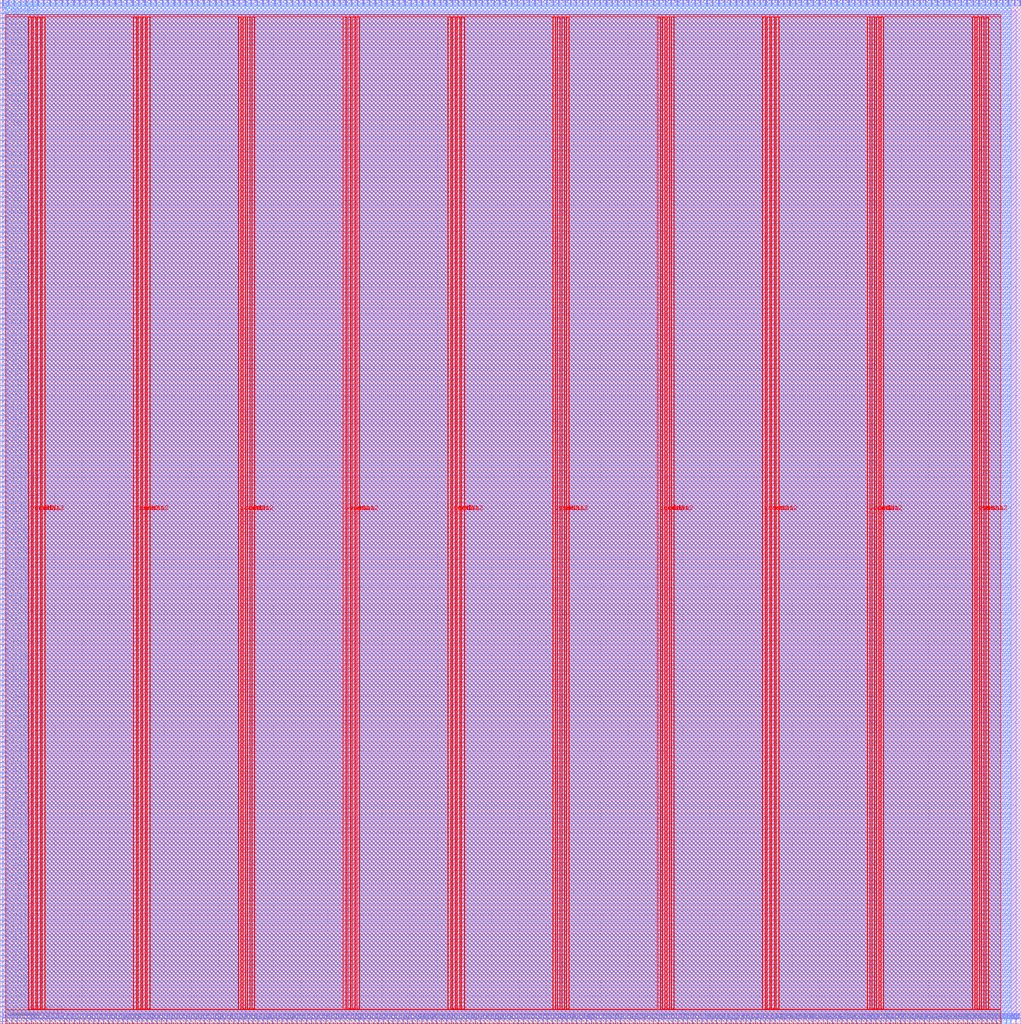
<source format=lef>
VERSION 5.7 ;
  NOWIREEXTENSIONATPIN ON ;
  DIVIDERCHAR "/" ;
  BUSBITCHARS "[]" ;
MACRO dcache
  CLASS BLOCK ;
  FOREIGN dcache ;
  ORIGIN 0.000 0.000 ;
  SIZE 747.890 BY 750.030 ;
  PIN clk
    DIRECTION INPUT ;
    USE SIGNAL ;
    PORT
      LAYER met3 ;
        RECT 0.000 1.400 4.000 2.000 ;
    END
  END clk
  PIN d_in[0]
    DIRECTION INPUT ;
    USE SIGNAL ;
    PORT
      LAYER met2 ;
        RECT 4.690 0.000 4.970 4.000 ;
    END
  END d_in[0]
  PIN d_in[100]
    DIRECTION INPUT ;
    USE SIGNAL ;
    PORT
      LAYER met2 ;
        RECT 358.430 0.000 358.710 4.000 ;
    END
  END d_in[100]
  PIN d_in[101]
    DIRECTION INPUT ;
    USE SIGNAL ;
    PORT
      LAYER met2 ;
        RECT 362.110 0.000 362.390 4.000 ;
    END
  END d_in[101]
  PIN d_in[102]
    DIRECTION INPUT ;
    USE SIGNAL ;
    PORT
      LAYER met2 ;
        RECT 365.330 0.000 365.610 4.000 ;
    END
  END d_in[102]
  PIN d_in[103]
    DIRECTION INPUT ;
    USE SIGNAL ;
    PORT
      LAYER met2 ;
        RECT 369.010 0.000 369.290 4.000 ;
    END
  END d_in[103]
  PIN d_in[104]
    DIRECTION INPUT ;
    USE SIGNAL ;
    PORT
      LAYER met2 ;
        RECT 372.690 0.000 372.970 4.000 ;
    END
  END d_in[104]
  PIN d_in[105]
    DIRECTION INPUT ;
    USE SIGNAL ;
    PORT
      LAYER met2 ;
        RECT 376.370 0.000 376.650 4.000 ;
    END
  END d_in[105]
  PIN d_in[106]
    DIRECTION INPUT ;
    USE SIGNAL ;
    PORT
      LAYER met2 ;
        RECT 379.590 0.000 379.870 4.000 ;
    END
  END d_in[106]
  PIN d_in[107]
    DIRECTION INPUT ;
    USE SIGNAL ;
    PORT
      LAYER met2 ;
        RECT 383.270 0.000 383.550 4.000 ;
    END
  END d_in[107]
  PIN d_in[108]
    DIRECTION INPUT ;
    USE SIGNAL ;
    PORT
      LAYER met2 ;
        RECT 386.950 0.000 387.230 4.000 ;
    END
  END d_in[108]
  PIN d_in[109]
    DIRECTION INPUT ;
    USE SIGNAL ;
    PORT
      LAYER met2 ;
        RECT 390.170 0.000 390.450 4.000 ;
    END
  END d_in[109]
  PIN d_in[10]
    DIRECTION INPUT ;
    USE SIGNAL ;
    PORT
      LAYER met2 ;
        RECT 40.110 0.000 40.390 4.000 ;
    END
  END d_in[10]
  PIN d_in[110]
    DIRECTION INPUT ;
    USE SIGNAL ;
    PORT
      LAYER met2 ;
        RECT 393.850 0.000 394.130 4.000 ;
    END
  END d_in[110]
  PIN d_in[111]
    DIRECTION INPUT ;
    USE SIGNAL ;
    PORT
      LAYER met2 ;
        RECT 397.530 0.000 397.810 4.000 ;
    END
  END d_in[111]
  PIN d_in[112]
    DIRECTION INPUT ;
    USE SIGNAL ;
    PORT
      LAYER met2 ;
        RECT 400.750 0.000 401.030 4.000 ;
    END
  END d_in[112]
  PIN d_in[113]
    DIRECTION INPUT ;
    USE SIGNAL ;
    PORT
      LAYER met2 ;
        RECT 404.430 0.000 404.710 4.000 ;
    END
  END d_in[113]
  PIN d_in[114]
    DIRECTION INPUT ;
    USE SIGNAL ;
    PORT
      LAYER met2 ;
        RECT 408.110 0.000 408.390 4.000 ;
    END
  END d_in[114]
  PIN d_in[115]
    DIRECTION INPUT ;
    USE SIGNAL ;
    PORT
      LAYER met2 ;
        RECT 411.330 0.000 411.610 4.000 ;
    END
  END d_in[115]
  PIN d_in[116]
    DIRECTION INPUT ;
    USE SIGNAL ;
    PORT
      LAYER met2 ;
        RECT 415.010 0.000 415.290 4.000 ;
    END
  END d_in[116]
  PIN d_in[117]
    DIRECTION INPUT ;
    USE SIGNAL ;
    PORT
      LAYER met2 ;
        RECT 418.690 0.000 418.970 4.000 ;
    END
  END d_in[117]
  PIN d_in[118]
    DIRECTION INPUT ;
    USE SIGNAL ;
    PORT
      LAYER met2 ;
        RECT 421.910 0.000 422.190 4.000 ;
    END
  END d_in[118]
  PIN d_in[119]
    DIRECTION INPUT ;
    USE SIGNAL ;
    PORT
      LAYER met2 ;
        RECT 425.590 0.000 425.870 4.000 ;
    END
  END d_in[119]
  PIN d_in[11]
    DIRECTION INPUT ;
    USE SIGNAL ;
    PORT
      LAYER met2 ;
        RECT 43.790 0.000 44.070 4.000 ;
    END
  END d_in[11]
  PIN d_in[120]
    DIRECTION INPUT ;
    USE SIGNAL ;
    PORT
      LAYER met2 ;
        RECT 429.270 0.000 429.550 4.000 ;
    END
  END d_in[120]
  PIN d_in[121]
    DIRECTION INPUT ;
    USE SIGNAL ;
    PORT
      LAYER met2 ;
        RECT 432.950 0.000 433.230 4.000 ;
    END
  END d_in[121]
  PIN d_in[122]
    DIRECTION INPUT ;
    USE SIGNAL ;
    PORT
      LAYER met2 ;
        RECT 436.170 0.000 436.450 4.000 ;
    END
  END d_in[122]
  PIN d_in[123]
    DIRECTION INPUT ;
    USE SIGNAL ;
    PORT
      LAYER met2 ;
        RECT 439.850 0.000 440.130 4.000 ;
    END
  END d_in[123]
  PIN d_in[124]
    DIRECTION INPUT ;
    USE SIGNAL ;
    PORT
      LAYER met2 ;
        RECT 443.530 0.000 443.810 4.000 ;
    END
  END d_in[124]
  PIN d_in[125]
    DIRECTION INPUT ;
    USE SIGNAL ;
    PORT
      LAYER met2 ;
        RECT 446.750 0.000 447.030 4.000 ;
    END
  END d_in[125]
  PIN d_in[126]
    DIRECTION INPUT ;
    USE SIGNAL ;
    PORT
      LAYER met2 ;
        RECT 450.430 0.000 450.710 4.000 ;
    END
  END d_in[126]
  PIN d_in[127]
    DIRECTION INPUT ;
    USE SIGNAL ;
    PORT
      LAYER met2 ;
        RECT 454.110 0.000 454.390 4.000 ;
    END
  END d_in[127]
  PIN d_in[128]
    DIRECTION INPUT ;
    USE SIGNAL ;
    PORT
      LAYER met2 ;
        RECT 457.330 0.000 457.610 4.000 ;
    END
  END d_in[128]
  PIN d_in[129]
    DIRECTION INPUT ;
    USE SIGNAL ;
    PORT
      LAYER met2 ;
        RECT 461.010 0.000 461.290 4.000 ;
    END
  END d_in[129]
  PIN d_in[12]
    DIRECTION INPUT ;
    USE SIGNAL ;
    PORT
      LAYER met2 ;
        RECT 47.010 0.000 47.290 4.000 ;
    END
  END d_in[12]
  PIN d_in[130]
    DIRECTION INPUT ;
    USE SIGNAL ;
    PORT
      LAYER met2 ;
        RECT 464.690 0.000 464.970 4.000 ;
    END
  END d_in[130]
  PIN d_in[131]
    DIRECTION INPUT ;
    USE SIGNAL ;
    PORT
      LAYER met2 ;
        RECT 467.910 0.000 468.190 4.000 ;
    END
  END d_in[131]
  PIN d_in[132]
    DIRECTION INPUT ;
    USE SIGNAL ;
    PORT
      LAYER met2 ;
        RECT 471.590 0.000 471.870 4.000 ;
    END
  END d_in[132]
  PIN d_in[133]
    DIRECTION INPUT ;
    USE SIGNAL ;
    PORT
      LAYER met2 ;
        RECT 475.270 0.000 475.550 4.000 ;
    END
  END d_in[133]
  PIN d_in[134]
    DIRECTION INPUT ;
    USE SIGNAL ;
    PORT
      LAYER met2 ;
        RECT 478.490 0.000 478.770 4.000 ;
    END
  END d_in[134]
  PIN d_in[135]
    DIRECTION INPUT ;
    USE SIGNAL ;
    PORT
      LAYER met2 ;
        RECT 482.170 0.000 482.450 4.000 ;
    END
  END d_in[135]
  PIN d_in[136]
    DIRECTION INPUT ;
    USE SIGNAL ;
    PORT
      LAYER met2 ;
        RECT 485.850 0.000 486.130 4.000 ;
    END
  END d_in[136]
  PIN d_in[137]
    DIRECTION INPUT ;
    USE SIGNAL ;
    PORT
      LAYER met2 ;
        RECT 489.530 0.000 489.810 4.000 ;
    END
  END d_in[137]
  PIN d_in[138]
    DIRECTION INPUT ;
    USE SIGNAL ;
    PORT
      LAYER met2 ;
        RECT 492.750 0.000 493.030 4.000 ;
    END
  END d_in[138]
  PIN d_in[139]
    DIRECTION INPUT ;
    USE SIGNAL ;
    PORT
      LAYER met2 ;
        RECT 496.430 0.000 496.710 4.000 ;
    END
  END d_in[139]
  PIN d_in[13]
    DIRECTION INPUT ;
    USE SIGNAL ;
    PORT
      LAYER met2 ;
        RECT 50.690 0.000 50.970 4.000 ;
    END
  END d_in[13]
  PIN d_in[140]
    DIRECTION INPUT ;
    USE SIGNAL ;
    PORT
      LAYER met2 ;
        RECT 500.110 0.000 500.390 4.000 ;
    END
  END d_in[140]
  PIN d_in[141]
    DIRECTION INPUT ;
    USE SIGNAL ;
    PORT
      LAYER met2 ;
        RECT 503.330 0.000 503.610 4.000 ;
    END
  END d_in[141]
  PIN d_in[142]
    DIRECTION INPUT ;
    USE SIGNAL ;
    PORT
      LAYER met2 ;
        RECT 507.010 0.000 507.290 4.000 ;
    END
  END d_in[142]
  PIN d_in[14]
    DIRECTION INPUT ;
    USE SIGNAL ;
    PORT
      LAYER met2 ;
        RECT 54.370 0.000 54.650 4.000 ;
    END
  END d_in[14]
  PIN d_in[15]
    DIRECTION INPUT ;
    USE SIGNAL ;
    PORT
      LAYER met2 ;
        RECT 58.050 0.000 58.330 4.000 ;
    END
  END d_in[15]
  PIN d_in[16]
    DIRECTION INPUT ;
    USE SIGNAL ;
    PORT
      LAYER met2 ;
        RECT 61.270 0.000 61.550 4.000 ;
    END
  END d_in[16]
  PIN d_in[17]
    DIRECTION INPUT ;
    USE SIGNAL ;
    PORT
      LAYER met2 ;
        RECT 64.950 0.000 65.230 4.000 ;
    END
  END d_in[17]
  PIN d_in[18]
    DIRECTION INPUT ;
    USE SIGNAL ;
    PORT
      LAYER met2 ;
        RECT 68.630 0.000 68.910 4.000 ;
    END
  END d_in[18]
  PIN d_in[19]
    DIRECTION INPUT ;
    USE SIGNAL ;
    PORT
      LAYER met2 ;
        RECT 71.850 0.000 72.130 4.000 ;
    END
  END d_in[19]
  PIN d_in[1]
    DIRECTION INPUT ;
    USE SIGNAL ;
    PORT
      LAYER met2 ;
        RECT 8.370 0.000 8.650 4.000 ;
    END
  END d_in[1]
  PIN d_in[20]
    DIRECTION INPUT ;
    USE SIGNAL ;
    PORT
      LAYER met2 ;
        RECT 75.530 0.000 75.810 4.000 ;
    END
  END d_in[20]
  PIN d_in[21]
    DIRECTION INPUT ;
    USE SIGNAL ;
    PORT
      LAYER met2 ;
        RECT 79.210 0.000 79.490 4.000 ;
    END
  END d_in[21]
  PIN d_in[22]
    DIRECTION INPUT ;
    USE SIGNAL ;
    PORT
      LAYER met2 ;
        RECT 82.430 0.000 82.710 4.000 ;
    END
  END d_in[22]
  PIN d_in[23]
    DIRECTION INPUT ;
    USE SIGNAL ;
    PORT
      LAYER met2 ;
        RECT 86.110 0.000 86.390 4.000 ;
    END
  END d_in[23]
  PIN d_in[24]
    DIRECTION INPUT ;
    USE SIGNAL ;
    PORT
      LAYER met2 ;
        RECT 89.790 0.000 90.070 4.000 ;
    END
  END d_in[24]
  PIN d_in[25]
    DIRECTION INPUT ;
    USE SIGNAL ;
    PORT
      LAYER met2 ;
        RECT 93.010 0.000 93.290 4.000 ;
    END
  END d_in[25]
  PIN d_in[26]
    DIRECTION INPUT ;
    USE SIGNAL ;
    PORT
      LAYER met2 ;
        RECT 96.690 0.000 96.970 4.000 ;
    END
  END d_in[26]
  PIN d_in[27]
    DIRECTION INPUT ;
    USE SIGNAL ;
    PORT
      LAYER met2 ;
        RECT 100.370 0.000 100.650 4.000 ;
    END
  END d_in[27]
  PIN d_in[28]
    DIRECTION INPUT ;
    USE SIGNAL ;
    PORT
      LAYER met2 ;
        RECT 103.590 0.000 103.870 4.000 ;
    END
  END d_in[28]
  PIN d_in[29]
    DIRECTION INPUT ;
    USE SIGNAL ;
    PORT
      LAYER met2 ;
        RECT 107.270 0.000 107.550 4.000 ;
    END
  END d_in[29]
  PIN d_in[2]
    DIRECTION INPUT ;
    USE SIGNAL ;
    PORT
      LAYER met2 ;
        RECT 12.050 0.000 12.330 4.000 ;
    END
  END d_in[2]
  PIN d_in[30]
    DIRECTION INPUT ;
    USE SIGNAL ;
    PORT
      LAYER met2 ;
        RECT 110.950 0.000 111.230 4.000 ;
    END
  END d_in[30]
  PIN d_in[31]
    DIRECTION INPUT ;
    USE SIGNAL ;
    PORT
      LAYER met2 ;
        RECT 114.630 0.000 114.910 4.000 ;
    END
  END d_in[31]
  PIN d_in[32]
    DIRECTION INPUT ;
    USE SIGNAL ;
    PORT
      LAYER met2 ;
        RECT 117.850 0.000 118.130 4.000 ;
    END
  END d_in[32]
  PIN d_in[33]
    DIRECTION INPUT ;
    USE SIGNAL ;
    PORT
      LAYER met2 ;
        RECT 121.530 0.000 121.810 4.000 ;
    END
  END d_in[33]
  PIN d_in[34]
    DIRECTION INPUT ;
    USE SIGNAL ;
    PORT
      LAYER met2 ;
        RECT 125.210 0.000 125.490 4.000 ;
    END
  END d_in[34]
  PIN d_in[35]
    DIRECTION INPUT ;
    USE SIGNAL ;
    PORT
      LAYER met2 ;
        RECT 128.430 0.000 128.710 4.000 ;
    END
  END d_in[35]
  PIN d_in[36]
    DIRECTION INPUT ;
    USE SIGNAL ;
    PORT
      LAYER met2 ;
        RECT 132.110 0.000 132.390 4.000 ;
    END
  END d_in[36]
  PIN d_in[37]
    DIRECTION INPUT ;
    USE SIGNAL ;
    PORT
      LAYER met2 ;
        RECT 135.790 0.000 136.070 4.000 ;
    END
  END d_in[37]
  PIN d_in[38]
    DIRECTION INPUT ;
    USE SIGNAL ;
    PORT
      LAYER met2 ;
        RECT 139.010 0.000 139.290 4.000 ;
    END
  END d_in[38]
  PIN d_in[39]
    DIRECTION INPUT ;
    USE SIGNAL ;
    PORT
      LAYER met2 ;
        RECT 142.690 0.000 142.970 4.000 ;
    END
  END d_in[39]
  PIN d_in[3]
    DIRECTION INPUT ;
    USE SIGNAL ;
    PORT
      LAYER met2 ;
        RECT 15.270 0.000 15.550 4.000 ;
    END
  END d_in[3]
  PIN d_in[40]
    DIRECTION INPUT ;
    USE SIGNAL ;
    PORT
      LAYER met2 ;
        RECT 146.370 0.000 146.650 4.000 ;
    END
  END d_in[40]
  PIN d_in[41]
    DIRECTION INPUT ;
    USE SIGNAL ;
    PORT
      LAYER met2 ;
        RECT 149.590 0.000 149.870 4.000 ;
    END
  END d_in[41]
  PIN d_in[42]
    DIRECTION INPUT ;
    USE SIGNAL ;
    PORT
      LAYER met2 ;
        RECT 153.270 0.000 153.550 4.000 ;
    END
  END d_in[42]
  PIN d_in[43]
    DIRECTION INPUT ;
    USE SIGNAL ;
    PORT
      LAYER met2 ;
        RECT 156.950 0.000 157.230 4.000 ;
    END
  END d_in[43]
  PIN d_in[44]
    DIRECTION INPUT ;
    USE SIGNAL ;
    PORT
      LAYER met2 ;
        RECT 160.170 0.000 160.450 4.000 ;
    END
  END d_in[44]
  PIN d_in[45]
    DIRECTION INPUT ;
    USE SIGNAL ;
    PORT
      LAYER met2 ;
        RECT 163.850 0.000 164.130 4.000 ;
    END
  END d_in[45]
  PIN d_in[46]
    DIRECTION INPUT ;
    USE SIGNAL ;
    PORT
      LAYER met2 ;
        RECT 167.530 0.000 167.810 4.000 ;
    END
  END d_in[46]
  PIN d_in[47]
    DIRECTION INPUT ;
    USE SIGNAL ;
    PORT
      LAYER met2 ;
        RECT 171.210 0.000 171.490 4.000 ;
    END
  END d_in[47]
  PIN d_in[48]
    DIRECTION INPUT ;
    USE SIGNAL ;
    PORT
      LAYER met2 ;
        RECT 174.430 0.000 174.710 4.000 ;
    END
  END d_in[48]
  PIN d_in[49]
    DIRECTION INPUT ;
    USE SIGNAL ;
    PORT
      LAYER met2 ;
        RECT 178.110 0.000 178.390 4.000 ;
    END
  END d_in[49]
  PIN d_in[4]
    DIRECTION INPUT ;
    USE SIGNAL ;
    PORT
      LAYER met2 ;
        RECT 18.950 0.000 19.230 4.000 ;
    END
  END d_in[4]
  PIN d_in[50]
    DIRECTION INPUT ;
    USE SIGNAL ;
    PORT
      LAYER met2 ;
        RECT 181.790 0.000 182.070 4.000 ;
    END
  END d_in[50]
  PIN d_in[51]
    DIRECTION INPUT ;
    USE SIGNAL ;
    PORT
      LAYER met2 ;
        RECT 185.010 0.000 185.290 4.000 ;
    END
  END d_in[51]
  PIN d_in[52]
    DIRECTION INPUT ;
    USE SIGNAL ;
    PORT
      LAYER met2 ;
        RECT 188.690 0.000 188.970 4.000 ;
    END
  END d_in[52]
  PIN d_in[53]
    DIRECTION INPUT ;
    USE SIGNAL ;
    PORT
      LAYER met2 ;
        RECT 192.370 0.000 192.650 4.000 ;
    END
  END d_in[53]
  PIN d_in[54]
    DIRECTION INPUT ;
    USE SIGNAL ;
    PORT
      LAYER met2 ;
        RECT 195.590 0.000 195.870 4.000 ;
    END
  END d_in[54]
  PIN d_in[55]
    DIRECTION INPUT ;
    USE SIGNAL ;
    PORT
      LAYER met2 ;
        RECT 199.270 0.000 199.550 4.000 ;
    END
  END d_in[55]
  PIN d_in[56]
    DIRECTION INPUT ;
    USE SIGNAL ;
    PORT
      LAYER met2 ;
        RECT 202.950 0.000 203.230 4.000 ;
    END
  END d_in[56]
  PIN d_in[57]
    DIRECTION INPUT ;
    USE SIGNAL ;
    PORT
      LAYER met2 ;
        RECT 206.170 0.000 206.450 4.000 ;
    END
  END d_in[57]
  PIN d_in[58]
    DIRECTION INPUT ;
    USE SIGNAL ;
    PORT
      LAYER met2 ;
        RECT 209.850 0.000 210.130 4.000 ;
    END
  END d_in[58]
  PIN d_in[59]
    DIRECTION INPUT ;
    USE SIGNAL ;
    PORT
      LAYER met2 ;
        RECT 213.530 0.000 213.810 4.000 ;
    END
  END d_in[59]
  PIN d_in[5]
    DIRECTION INPUT ;
    USE SIGNAL ;
    PORT
      LAYER met2 ;
        RECT 22.630 0.000 22.910 4.000 ;
    END
  END d_in[5]
  PIN d_in[60]
    DIRECTION INPUT ;
    USE SIGNAL ;
    PORT
      LAYER met2 ;
        RECT 217.210 0.000 217.490 4.000 ;
    END
  END d_in[60]
  PIN d_in[61]
    DIRECTION INPUT ;
    USE SIGNAL ;
    PORT
      LAYER met2 ;
        RECT 220.430 0.000 220.710 4.000 ;
    END
  END d_in[61]
  PIN d_in[62]
    DIRECTION INPUT ;
    USE SIGNAL ;
    PORT
      LAYER met2 ;
        RECT 224.110 0.000 224.390 4.000 ;
    END
  END d_in[62]
  PIN d_in[63]
    DIRECTION INPUT ;
    USE SIGNAL ;
    PORT
      LAYER met2 ;
        RECT 227.790 0.000 228.070 4.000 ;
    END
  END d_in[63]
  PIN d_in[64]
    DIRECTION INPUT ;
    USE SIGNAL ;
    PORT
      LAYER met2 ;
        RECT 231.010 0.000 231.290 4.000 ;
    END
  END d_in[64]
  PIN d_in[65]
    DIRECTION INPUT ;
    USE SIGNAL ;
    PORT
      LAYER met2 ;
        RECT 234.690 0.000 234.970 4.000 ;
    END
  END d_in[65]
  PIN d_in[66]
    DIRECTION INPUT ;
    USE SIGNAL ;
    PORT
      LAYER met2 ;
        RECT 238.370 0.000 238.650 4.000 ;
    END
  END d_in[66]
  PIN d_in[67]
    DIRECTION INPUT ;
    USE SIGNAL ;
    PORT
      LAYER met2 ;
        RECT 241.590 0.000 241.870 4.000 ;
    END
  END d_in[67]
  PIN d_in[68]
    DIRECTION INPUT ;
    USE SIGNAL ;
    PORT
      LAYER met2 ;
        RECT 245.270 0.000 245.550 4.000 ;
    END
  END d_in[68]
  PIN d_in[69]
    DIRECTION INPUT ;
    USE SIGNAL ;
    PORT
      LAYER met2 ;
        RECT 248.950 0.000 249.230 4.000 ;
    END
  END d_in[69]
  PIN d_in[6]
    DIRECTION INPUT ;
    USE SIGNAL ;
    PORT
      LAYER met2 ;
        RECT 25.850 0.000 26.130 4.000 ;
    END
  END d_in[6]
  PIN d_in[70]
    DIRECTION INPUT ;
    USE SIGNAL ;
    PORT
      LAYER met2 ;
        RECT 252.170 0.000 252.450 4.000 ;
    END
  END d_in[70]
  PIN d_in[71]
    DIRECTION INPUT ;
    USE SIGNAL ;
    PORT
      LAYER met2 ;
        RECT 255.850 0.000 256.130 4.000 ;
    END
  END d_in[71]
  PIN d_in[72]
    DIRECTION INPUT ;
    USE SIGNAL ;
    PORT
      LAYER met2 ;
        RECT 259.530 0.000 259.810 4.000 ;
    END
  END d_in[72]
  PIN d_in[73]
    DIRECTION INPUT ;
    USE SIGNAL ;
    PORT
      LAYER met2 ;
        RECT 262.750 0.000 263.030 4.000 ;
    END
  END d_in[73]
  PIN d_in[74]
    DIRECTION INPUT ;
    USE SIGNAL ;
    PORT
      LAYER met2 ;
        RECT 266.430 0.000 266.710 4.000 ;
    END
  END d_in[74]
  PIN d_in[75]
    DIRECTION INPUT ;
    USE SIGNAL ;
    PORT
      LAYER met2 ;
        RECT 270.110 0.000 270.390 4.000 ;
    END
  END d_in[75]
  PIN d_in[76]
    DIRECTION INPUT ;
    USE SIGNAL ;
    PORT
      LAYER met2 ;
        RECT 273.790 0.000 274.070 4.000 ;
    END
  END d_in[76]
  PIN d_in[77]
    DIRECTION INPUT ;
    USE SIGNAL ;
    PORT
      LAYER met2 ;
        RECT 277.010 0.000 277.290 4.000 ;
    END
  END d_in[77]
  PIN d_in[78]
    DIRECTION INPUT ;
    USE SIGNAL ;
    PORT
      LAYER met2 ;
        RECT 280.690 0.000 280.970 4.000 ;
    END
  END d_in[78]
  PIN d_in[79]
    DIRECTION INPUT ;
    USE SIGNAL ;
    PORT
      LAYER met2 ;
        RECT 284.370 0.000 284.650 4.000 ;
    END
  END d_in[79]
  PIN d_in[7]
    DIRECTION INPUT ;
    USE SIGNAL ;
    PORT
      LAYER met2 ;
        RECT 29.530 0.000 29.810 4.000 ;
    END
  END d_in[7]
  PIN d_in[80]
    DIRECTION INPUT ;
    USE SIGNAL ;
    PORT
      LAYER met2 ;
        RECT 287.590 0.000 287.870 4.000 ;
    END
  END d_in[80]
  PIN d_in[81]
    DIRECTION INPUT ;
    USE SIGNAL ;
    PORT
      LAYER met2 ;
        RECT 291.270 0.000 291.550 4.000 ;
    END
  END d_in[81]
  PIN d_in[82]
    DIRECTION INPUT ;
    USE SIGNAL ;
    PORT
      LAYER met2 ;
        RECT 294.950 0.000 295.230 4.000 ;
    END
  END d_in[82]
  PIN d_in[83]
    DIRECTION INPUT ;
    USE SIGNAL ;
    PORT
      LAYER met2 ;
        RECT 298.170 0.000 298.450 4.000 ;
    END
  END d_in[83]
  PIN d_in[84]
    DIRECTION INPUT ;
    USE SIGNAL ;
    PORT
      LAYER met2 ;
        RECT 301.850 0.000 302.130 4.000 ;
    END
  END d_in[84]
  PIN d_in[85]
    DIRECTION INPUT ;
    USE SIGNAL ;
    PORT
      LAYER met2 ;
        RECT 305.530 0.000 305.810 4.000 ;
    END
  END d_in[85]
  PIN d_in[86]
    DIRECTION INPUT ;
    USE SIGNAL ;
    PORT
      LAYER met2 ;
        RECT 308.750 0.000 309.030 4.000 ;
    END
  END d_in[86]
  PIN d_in[87]
    DIRECTION INPUT ;
    USE SIGNAL ;
    PORT
      LAYER met2 ;
        RECT 312.430 0.000 312.710 4.000 ;
    END
  END d_in[87]
  PIN d_in[88]
    DIRECTION INPUT ;
    USE SIGNAL ;
    PORT
      LAYER met2 ;
        RECT 316.110 0.000 316.390 4.000 ;
    END
  END d_in[88]
  PIN d_in[89]
    DIRECTION INPUT ;
    USE SIGNAL ;
    PORT
      LAYER met2 ;
        RECT 319.330 0.000 319.610 4.000 ;
    END
  END d_in[89]
  PIN d_in[8]
    DIRECTION INPUT ;
    USE SIGNAL ;
    PORT
      LAYER met2 ;
        RECT 33.210 0.000 33.490 4.000 ;
    END
  END d_in[8]
  PIN d_in[90]
    DIRECTION INPUT ;
    USE SIGNAL ;
    PORT
      LAYER met2 ;
        RECT 323.010 0.000 323.290 4.000 ;
    END
  END d_in[90]
  PIN d_in[91]
    DIRECTION INPUT ;
    USE SIGNAL ;
    PORT
      LAYER met2 ;
        RECT 326.690 0.000 326.970 4.000 ;
    END
  END d_in[91]
  PIN d_in[92]
    DIRECTION INPUT ;
    USE SIGNAL ;
    PORT
      LAYER met2 ;
        RECT 330.370 0.000 330.650 4.000 ;
    END
  END d_in[92]
  PIN d_in[93]
    DIRECTION INPUT ;
    USE SIGNAL ;
    PORT
      LAYER met2 ;
        RECT 333.590 0.000 333.870 4.000 ;
    END
  END d_in[93]
  PIN d_in[94]
    DIRECTION INPUT ;
    USE SIGNAL ;
    PORT
      LAYER met2 ;
        RECT 337.270 0.000 337.550 4.000 ;
    END
  END d_in[94]
  PIN d_in[95]
    DIRECTION INPUT ;
    USE SIGNAL ;
    PORT
      LAYER met2 ;
        RECT 340.950 0.000 341.230 4.000 ;
    END
  END d_in[95]
  PIN d_in[96]
    DIRECTION INPUT ;
    USE SIGNAL ;
    PORT
      LAYER met2 ;
        RECT 344.170 0.000 344.450 4.000 ;
    END
  END d_in[96]
  PIN d_in[97]
    DIRECTION INPUT ;
    USE SIGNAL ;
    PORT
      LAYER met2 ;
        RECT 347.850 0.000 348.130 4.000 ;
    END
  END d_in[97]
  PIN d_in[98]
    DIRECTION INPUT ;
    USE SIGNAL ;
    PORT
      LAYER met2 ;
        RECT 351.530 0.000 351.810 4.000 ;
    END
  END d_in[98]
  PIN d_in[99]
    DIRECTION INPUT ;
    USE SIGNAL ;
    PORT
      LAYER met2 ;
        RECT 354.750 0.000 355.030 4.000 ;
    END
  END d_in[99]
  PIN d_in[9]
    DIRECTION INPUT ;
    USE SIGNAL ;
    PORT
      LAYER met2 ;
        RECT 36.430 0.000 36.710 4.000 ;
    END
  END d_in[9]
  PIN d_out[0]
    DIRECTION OUTPUT TRISTATE ;
    USE SIGNAL ;
    PORT
      LAYER met2 ;
        RECT 510.690 0.000 510.970 4.000 ;
    END
  END d_out[0]
  PIN d_out[10]
    DIRECTION OUTPUT TRISTATE ;
    USE SIGNAL ;
    PORT
      LAYER met2 ;
        RECT 546.110 0.000 546.390 4.000 ;
    END
  END d_out[10]
  PIN d_out[11]
    DIRECTION OUTPUT TRISTATE ;
    USE SIGNAL ;
    PORT
      LAYER met2 ;
        RECT 549.330 0.000 549.610 4.000 ;
    END
  END d_out[11]
  PIN d_out[12]
    DIRECTION OUTPUT TRISTATE ;
    USE SIGNAL ;
    PORT
      LAYER met2 ;
        RECT 553.010 0.000 553.290 4.000 ;
    END
  END d_out[12]
  PIN d_out[13]
    DIRECTION OUTPUT TRISTATE ;
    USE SIGNAL ;
    PORT
      LAYER met2 ;
        RECT 556.690 0.000 556.970 4.000 ;
    END
  END d_out[13]
  PIN d_out[14]
    DIRECTION OUTPUT TRISTATE ;
    USE SIGNAL ;
    PORT
      LAYER met2 ;
        RECT 559.910 0.000 560.190 4.000 ;
    END
  END d_out[14]
  PIN d_out[15]
    DIRECTION OUTPUT TRISTATE ;
    USE SIGNAL ;
    PORT
      LAYER met2 ;
        RECT 563.590 0.000 563.870 4.000 ;
    END
  END d_out[15]
  PIN d_out[16]
    DIRECTION OUTPUT TRISTATE ;
    USE SIGNAL ;
    PORT
      LAYER met2 ;
        RECT 567.270 0.000 567.550 4.000 ;
    END
  END d_out[16]
  PIN d_out[17]
    DIRECTION OUTPUT TRISTATE ;
    USE SIGNAL ;
    PORT
      LAYER met2 ;
        RECT 570.490 0.000 570.770 4.000 ;
    END
  END d_out[17]
  PIN d_out[18]
    DIRECTION OUTPUT TRISTATE ;
    USE SIGNAL ;
    PORT
      LAYER met2 ;
        RECT 574.170 0.000 574.450 4.000 ;
    END
  END d_out[18]
  PIN d_out[19]
    DIRECTION OUTPUT TRISTATE ;
    USE SIGNAL ;
    PORT
      LAYER met2 ;
        RECT 577.850 0.000 578.130 4.000 ;
    END
  END d_out[19]
  PIN d_out[1]
    DIRECTION OUTPUT TRISTATE ;
    USE SIGNAL ;
    PORT
      LAYER met2 ;
        RECT 513.910 0.000 514.190 4.000 ;
    END
  END d_out[1]
  PIN d_out[20]
    DIRECTION OUTPUT TRISTATE ;
    USE SIGNAL ;
    PORT
      LAYER met2 ;
        RECT 581.070 0.000 581.350 4.000 ;
    END
  END d_out[20]
  PIN d_out[21]
    DIRECTION OUTPUT TRISTATE ;
    USE SIGNAL ;
    PORT
      LAYER met2 ;
        RECT 584.750 0.000 585.030 4.000 ;
    END
  END d_out[21]
  PIN d_out[22]
    DIRECTION OUTPUT TRISTATE ;
    USE SIGNAL ;
    PORT
      LAYER met2 ;
        RECT 588.430 0.000 588.710 4.000 ;
    END
  END d_out[22]
  PIN d_out[23]
    DIRECTION OUTPUT TRISTATE ;
    USE SIGNAL ;
    PORT
      LAYER met2 ;
        RECT 592.110 0.000 592.390 4.000 ;
    END
  END d_out[23]
  PIN d_out[24]
    DIRECTION OUTPUT TRISTATE ;
    USE SIGNAL ;
    PORT
      LAYER met2 ;
        RECT 595.330 0.000 595.610 4.000 ;
    END
  END d_out[24]
  PIN d_out[25]
    DIRECTION OUTPUT TRISTATE ;
    USE SIGNAL ;
    PORT
      LAYER met2 ;
        RECT 599.010 0.000 599.290 4.000 ;
    END
  END d_out[25]
  PIN d_out[26]
    DIRECTION OUTPUT TRISTATE ;
    USE SIGNAL ;
    PORT
      LAYER met2 ;
        RECT 602.690 0.000 602.970 4.000 ;
    END
  END d_out[26]
  PIN d_out[27]
    DIRECTION OUTPUT TRISTATE ;
    USE SIGNAL ;
    PORT
      LAYER met2 ;
        RECT 605.910 0.000 606.190 4.000 ;
    END
  END d_out[27]
  PIN d_out[28]
    DIRECTION OUTPUT TRISTATE ;
    USE SIGNAL ;
    PORT
      LAYER met2 ;
        RECT 609.590 0.000 609.870 4.000 ;
    END
  END d_out[28]
  PIN d_out[29]
    DIRECTION OUTPUT TRISTATE ;
    USE SIGNAL ;
    PORT
      LAYER met2 ;
        RECT 613.270 0.000 613.550 4.000 ;
    END
  END d_out[29]
  PIN d_out[2]
    DIRECTION OUTPUT TRISTATE ;
    USE SIGNAL ;
    PORT
      LAYER met2 ;
        RECT 517.590 0.000 517.870 4.000 ;
    END
  END d_out[2]
  PIN d_out[30]
    DIRECTION OUTPUT TRISTATE ;
    USE SIGNAL ;
    PORT
      LAYER met2 ;
        RECT 616.490 0.000 616.770 4.000 ;
    END
  END d_out[30]
  PIN d_out[31]
    DIRECTION OUTPUT TRISTATE ;
    USE SIGNAL ;
    PORT
      LAYER met2 ;
        RECT 620.170 0.000 620.450 4.000 ;
    END
  END d_out[31]
  PIN d_out[32]
    DIRECTION OUTPUT TRISTATE ;
    USE SIGNAL ;
    PORT
      LAYER met2 ;
        RECT 623.850 0.000 624.130 4.000 ;
    END
  END d_out[32]
  PIN d_out[33]
    DIRECTION OUTPUT TRISTATE ;
    USE SIGNAL ;
    PORT
      LAYER met2 ;
        RECT 627.070 0.000 627.350 4.000 ;
    END
  END d_out[33]
  PIN d_out[34]
    DIRECTION OUTPUT TRISTATE ;
    USE SIGNAL ;
    PORT
      LAYER met2 ;
        RECT 630.750 0.000 631.030 4.000 ;
    END
  END d_out[34]
  PIN d_out[35]
    DIRECTION OUTPUT TRISTATE ;
    USE SIGNAL ;
    PORT
      LAYER met2 ;
        RECT 634.430 0.000 634.710 4.000 ;
    END
  END d_out[35]
  PIN d_out[36]
    DIRECTION OUTPUT TRISTATE ;
    USE SIGNAL ;
    PORT
      LAYER met2 ;
        RECT 637.650 0.000 637.930 4.000 ;
    END
  END d_out[36]
  PIN d_out[37]
    DIRECTION OUTPUT TRISTATE ;
    USE SIGNAL ;
    PORT
      LAYER met2 ;
        RECT 641.330 0.000 641.610 4.000 ;
    END
  END d_out[37]
  PIN d_out[38]
    DIRECTION OUTPUT TRISTATE ;
    USE SIGNAL ;
    PORT
      LAYER met2 ;
        RECT 645.010 0.000 645.290 4.000 ;
    END
  END d_out[38]
  PIN d_out[39]
    DIRECTION OUTPUT TRISTATE ;
    USE SIGNAL ;
    PORT
      LAYER met2 ;
        RECT 648.690 0.000 648.970 4.000 ;
    END
  END d_out[39]
  PIN d_out[3]
    DIRECTION OUTPUT TRISTATE ;
    USE SIGNAL ;
    PORT
      LAYER met2 ;
        RECT 521.270 0.000 521.550 4.000 ;
    END
  END d_out[3]
  PIN d_out[40]
    DIRECTION OUTPUT TRISTATE ;
    USE SIGNAL ;
    PORT
      LAYER met2 ;
        RECT 651.910 0.000 652.190 4.000 ;
    END
  END d_out[40]
  PIN d_out[41]
    DIRECTION OUTPUT TRISTATE ;
    USE SIGNAL ;
    PORT
      LAYER met2 ;
        RECT 655.590 0.000 655.870 4.000 ;
    END
  END d_out[41]
  PIN d_out[42]
    DIRECTION OUTPUT TRISTATE ;
    USE SIGNAL ;
    PORT
      LAYER met2 ;
        RECT 659.270 0.000 659.550 4.000 ;
    END
  END d_out[42]
  PIN d_out[43]
    DIRECTION OUTPUT TRISTATE ;
    USE SIGNAL ;
    PORT
      LAYER met2 ;
        RECT 662.490 0.000 662.770 4.000 ;
    END
  END d_out[43]
  PIN d_out[44]
    DIRECTION OUTPUT TRISTATE ;
    USE SIGNAL ;
    PORT
      LAYER met2 ;
        RECT 666.170 0.000 666.450 4.000 ;
    END
  END d_out[44]
  PIN d_out[45]
    DIRECTION OUTPUT TRISTATE ;
    USE SIGNAL ;
    PORT
      LAYER met2 ;
        RECT 669.850 0.000 670.130 4.000 ;
    END
  END d_out[45]
  PIN d_out[46]
    DIRECTION OUTPUT TRISTATE ;
    USE SIGNAL ;
    PORT
      LAYER met2 ;
        RECT 673.070 0.000 673.350 4.000 ;
    END
  END d_out[46]
  PIN d_out[47]
    DIRECTION OUTPUT TRISTATE ;
    USE SIGNAL ;
    PORT
      LAYER met2 ;
        RECT 676.750 0.000 677.030 4.000 ;
    END
  END d_out[47]
  PIN d_out[48]
    DIRECTION OUTPUT TRISTATE ;
    USE SIGNAL ;
    PORT
      LAYER met2 ;
        RECT 680.430 0.000 680.710 4.000 ;
    END
  END d_out[48]
  PIN d_out[49]
    DIRECTION OUTPUT TRISTATE ;
    USE SIGNAL ;
    PORT
      LAYER met2 ;
        RECT 683.650 0.000 683.930 4.000 ;
    END
  END d_out[49]
  PIN d_out[4]
    DIRECTION OUTPUT TRISTATE ;
    USE SIGNAL ;
    PORT
      LAYER met2 ;
        RECT 524.490 0.000 524.770 4.000 ;
    END
  END d_out[4]
  PIN d_out[50]
    DIRECTION OUTPUT TRISTATE ;
    USE SIGNAL ;
    PORT
      LAYER met2 ;
        RECT 687.330 0.000 687.610 4.000 ;
    END
  END d_out[50]
  PIN d_out[51]
    DIRECTION OUTPUT TRISTATE ;
    USE SIGNAL ;
    PORT
      LAYER met2 ;
        RECT 691.010 0.000 691.290 4.000 ;
    END
  END d_out[51]
  PIN d_out[52]
    DIRECTION OUTPUT TRISTATE ;
    USE SIGNAL ;
    PORT
      LAYER met2 ;
        RECT 694.230 0.000 694.510 4.000 ;
    END
  END d_out[52]
  PIN d_out[53]
    DIRECTION OUTPUT TRISTATE ;
    USE SIGNAL ;
    PORT
      LAYER met2 ;
        RECT 697.910 0.000 698.190 4.000 ;
    END
  END d_out[53]
  PIN d_out[54]
    DIRECTION OUTPUT TRISTATE ;
    USE SIGNAL ;
    PORT
      LAYER met2 ;
        RECT 701.590 0.000 701.870 4.000 ;
    END
  END d_out[54]
  PIN d_out[55]
    DIRECTION OUTPUT TRISTATE ;
    USE SIGNAL ;
    PORT
      LAYER met2 ;
        RECT 705.270 0.000 705.550 4.000 ;
    END
  END d_out[55]
  PIN d_out[56]
    DIRECTION OUTPUT TRISTATE ;
    USE SIGNAL ;
    PORT
      LAYER met2 ;
        RECT 708.490 0.000 708.770 4.000 ;
    END
  END d_out[56]
  PIN d_out[57]
    DIRECTION OUTPUT TRISTATE ;
    USE SIGNAL ;
    PORT
      LAYER met2 ;
        RECT 712.170 0.000 712.450 4.000 ;
    END
  END d_out[57]
  PIN d_out[58]
    DIRECTION OUTPUT TRISTATE ;
    USE SIGNAL ;
    PORT
      LAYER met2 ;
        RECT 715.850 0.000 716.130 4.000 ;
    END
  END d_out[58]
  PIN d_out[59]
    DIRECTION OUTPUT TRISTATE ;
    USE SIGNAL ;
    PORT
      LAYER met2 ;
        RECT 719.070 0.000 719.350 4.000 ;
    END
  END d_out[59]
  PIN d_out[5]
    DIRECTION OUTPUT TRISTATE ;
    USE SIGNAL ;
    PORT
      LAYER met2 ;
        RECT 528.170 0.000 528.450 4.000 ;
    END
  END d_out[5]
  PIN d_out[60]
    DIRECTION OUTPUT TRISTATE ;
    USE SIGNAL ;
    PORT
      LAYER met2 ;
        RECT 722.750 0.000 723.030 4.000 ;
    END
  END d_out[60]
  PIN d_out[61]
    DIRECTION OUTPUT TRISTATE ;
    USE SIGNAL ;
    PORT
      LAYER met2 ;
        RECT 726.430 0.000 726.710 4.000 ;
    END
  END d_out[61]
  PIN d_out[62]
    DIRECTION OUTPUT TRISTATE ;
    USE SIGNAL ;
    PORT
      LAYER met2 ;
        RECT 729.650 0.000 729.930 4.000 ;
    END
  END d_out[62]
  PIN d_out[63]
    DIRECTION OUTPUT TRISTATE ;
    USE SIGNAL ;
    PORT
      LAYER met2 ;
        RECT 733.330 0.000 733.610 4.000 ;
    END
  END d_out[63]
  PIN d_out[64]
    DIRECTION OUTPUT TRISTATE ;
    USE SIGNAL ;
    PORT
      LAYER met2 ;
        RECT 737.010 0.000 737.290 4.000 ;
    END
  END d_out[64]
  PIN d_out[65]
    DIRECTION OUTPUT TRISTATE ;
    USE SIGNAL ;
    PORT
      LAYER met2 ;
        RECT 740.230 0.000 740.510 4.000 ;
    END
  END d_out[65]
  PIN d_out[66]
    DIRECTION OUTPUT TRISTATE ;
    USE SIGNAL ;
    PORT
      LAYER met2 ;
        RECT 743.910 0.000 744.190 4.000 ;
    END
  END d_out[66]
  PIN d_out[67]
    DIRECTION OUTPUT TRISTATE ;
    USE SIGNAL ;
    PORT
      LAYER met2 ;
        RECT 747.590 0.000 747.870 4.000 ;
    END
  END d_out[67]
  PIN d_out[6]
    DIRECTION OUTPUT TRISTATE ;
    USE SIGNAL ;
    PORT
      LAYER met2 ;
        RECT 531.850 0.000 532.130 4.000 ;
    END
  END d_out[6]
  PIN d_out[7]
    DIRECTION OUTPUT TRISTATE ;
    USE SIGNAL ;
    PORT
      LAYER met2 ;
        RECT 535.070 0.000 535.350 4.000 ;
    END
  END d_out[7]
  PIN d_out[8]
    DIRECTION OUTPUT TRISTATE ;
    USE SIGNAL ;
    PORT
      LAYER met2 ;
        RECT 538.750 0.000 539.030 4.000 ;
    END
  END d_out[8]
  PIN d_out[9]
    DIRECTION OUTPUT TRISTATE ;
    USE SIGNAL ;
    PORT
      LAYER met2 ;
        RECT 542.430 0.000 542.710 4.000 ;
    END
  END d_out[9]
  PIN m_in[0]
    DIRECTION INPUT ;
    USE SIGNAL ;
    PORT
      LAYER met3 ;
        RECT 0.000 8.200 4.000 8.800 ;
    END
  END m_in[0]
  PIN m_in[100]
    DIRECTION INPUT ;
    USE SIGNAL ;
    PORT
      LAYER met3 ;
        RECT 0.000 381.520 4.000 382.120 ;
    END
  END m_in[100]
  PIN m_in[101]
    DIRECTION INPUT ;
    USE SIGNAL ;
    PORT
      LAYER met3 ;
        RECT 0.000 385.600 4.000 386.200 ;
    END
  END m_in[101]
  PIN m_in[102]
    DIRECTION INPUT ;
    USE SIGNAL ;
    PORT
      LAYER met3 ;
        RECT 0.000 389.000 4.000 389.600 ;
    END
  END m_in[102]
  PIN m_in[103]
    DIRECTION INPUT ;
    USE SIGNAL ;
    PORT
      LAYER met3 ;
        RECT 0.000 393.080 4.000 393.680 ;
    END
  END m_in[103]
  PIN m_in[104]
    DIRECTION INPUT ;
    USE SIGNAL ;
    PORT
      LAYER met3 ;
        RECT 0.000 396.480 4.000 397.080 ;
    END
  END m_in[104]
  PIN m_in[105]
    DIRECTION INPUT ;
    USE SIGNAL ;
    PORT
      LAYER met3 ;
        RECT 0.000 400.560 4.000 401.160 ;
    END
  END m_in[105]
  PIN m_in[106]
    DIRECTION INPUT ;
    USE SIGNAL ;
    PORT
      LAYER met3 ;
        RECT 0.000 403.960 4.000 404.560 ;
    END
  END m_in[106]
  PIN m_in[107]
    DIRECTION INPUT ;
    USE SIGNAL ;
    PORT
      LAYER met3 ;
        RECT 0.000 408.040 4.000 408.640 ;
    END
  END m_in[107]
  PIN m_in[108]
    DIRECTION INPUT ;
    USE SIGNAL ;
    PORT
      LAYER met3 ;
        RECT 0.000 411.440 4.000 412.040 ;
    END
  END m_in[108]
  PIN m_in[109]
    DIRECTION INPUT ;
    USE SIGNAL ;
    PORT
      LAYER met3 ;
        RECT 0.000 415.520 4.000 416.120 ;
    END
  END m_in[109]
  PIN m_in[10]
    DIRECTION INPUT ;
    USE SIGNAL ;
    PORT
      LAYER met3 ;
        RECT 0.000 45.600 4.000 46.200 ;
    END
  END m_in[10]
  PIN m_in[110]
    DIRECTION INPUT ;
    USE SIGNAL ;
    PORT
      LAYER met3 ;
        RECT 0.000 418.920 4.000 419.520 ;
    END
  END m_in[110]
  PIN m_in[111]
    DIRECTION INPUT ;
    USE SIGNAL ;
    PORT
      LAYER met3 ;
        RECT 0.000 423.000 4.000 423.600 ;
    END
  END m_in[111]
  PIN m_in[112]
    DIRECTION INPUT ;
    USE SIGNAL ;
    PORT
      LAYER met3 ;
        RECT 0.000 426.400 4.000 427.000 ;
    END
  END m_in[112]
  PIN m_in[113]
    DIRECTION INPUT ;
    USE SIGNAL ;
    PORT
      LAYER met3 ;
        RECT 0.000 430.480 4.000 431.080 ;
    END
  END m_in[113]
  PIN m_in[114]
    DIRECTION INPUT ;
    USE SIGNAL ;
    PORT
      LAYER met3 ;
        RECT 0.000 433.880 4.000 434.480 ;
    END
  END m_in[114]
  PIN m_in[115]
    DIRECTION INPUT ;
    USE SIGNAL ;
    PORT
      LAYER met3 ;
        RECT 0.000 437.960 4.000 438.560 ;
    END
  END m_in[115]
  PIN m_in[116]
    DIRECTION INPUT ;
    USE SIGNAL ;
    PORT
      LAYER met3 ;
        RECT 0.000 441.360 4.000 441.960 ;
    END
  END m_in[116]
  PIN m_in[117]
    DIRECTION INPUT ;
    USE SIGNAL ;
    PORT
      LAYER met3 ;
        RECT 0.000 445.440 4.000 446.040 ;
    END
  END m_in[117]
  PIN m_in[118]
    DIRECTION INPUT ;
    USE SIGNAL ;
    PORT
      LAYER met3 ;
        RECT 0.000 448.840 4.000 449.440 ;
    END
  END m_in[118]
  PIN m_in[119]
    DIRECTION INPUT ;
    USE SIGNAL ;
    PORT
      LAYER met3 ;
        RECT 0.000 452.240 4.000 452.840 ;
    END
  END m_in[119]
  PIN m_in[11]
    DIRECTION INPUT ;
    USE SIGNAL ;
    PORT
      LAYER met3 ;
        RECT 0.000 49.680 4.000 50.280 ;
    END
  END m_in[11]
  PIN m_in[120]
    DIRECTION INPUT ;
    USE SIGNAL ;
    PORT
      LAYER met3 ;
        RECT 0.000 456.320 4.000 456.920 ;
    END
  END m_in[120]
  PIN m_in[121]
    DIRECTION INPUT ;
    USE SIGNAL ;
    PORT
      LAYER met3 ;
        RECT 0.000 459.720 4.000 460.320 ;
    END
  END m_in[121]
  PIN m_in[122]
    DIRECTION INPUT ;
    USE SIGNAL ;
    PORT
      LAYER met3 ;
        RECT 0.000 463.800 4.000 464.400 ;
    END
  END m_in[122]
  PIN m_in[123]
    DIRECTION INPUT ;
    USE SIGNAL ;
    PORT
      LAYER met3 ;
        RECT 0.000 467.200 4.000 467.800 ;
    END
  END m_in[123]
  PIN m_in[124]
    DIRECTION INPUT ;
    USE SIGNAL ;
    PORT
      LAYER met3 ;
        RECT 0.000 471.280 4.000 471.880 ;
    END
  END m_in[124]
  PIN m_in[125]
    DIRECTION INPUT ;
    USE SIGNAL ;
    PORT
      LAYER met3 ;
        RECT 0.000 474.680 4.000 475.280 ;
    END
  END m_in[125]
  PIN m_in[126]
    DIRECTION INPUT ;
    USE SIGNAL ;
    PORT
      LAYER met3 ;
        RECT 0.000 478.760 4.000 479.360 ;
    END
  END m_in[126]
  PIN m_in[127]
    DIRECTION INPUT ;
    USE SIGNAL ;
    PORT
      LAYER met3 ;
        RECT 0.000 482.160 4.000 482.760 ;
    END
  END m_in[127]
  PIN m_in[128]
    DIRECTION INPUT ;
    USE SIGNAL ;
    PORT
      LAYER met3 ;
        RECT 0.000 486.240 4.000 486.840 ;
    END
  END m_in[128]
  PIN m_in[129]
    DIRECTION INPUT ;
    USE SIGNAL ;
    PORT
      LAYER met3 ;
        RECT 0.000 489.640 4.000 490.240 ;
    END
  END m_in[129]
  PIN m_in[12]
    DIRECTION INPUT ;
    USE SIGNAL ;
    PORT
      LAYER met3 ;
        RECT 0.000 53.080 4.000 53.680 ;
    END
  END m_in[12]
  PIN m_in[130]
    DIRECTION INPUT ;
    USE SIGNAL ;
    PORT
      LAYER met3 ;
        RECT 0.000 493.720 4.000 494.320 ;
    END
  END m_in[130]
  PIN m_in[131]
    DIRECTION INPUT ;
    USE SIGNAL ;
    PORT
      LAYER met3 ;
        RECT 0.000 497.120 4.000 497.720 ;
    END
  END m_in[131]
  PIN m_in[13]
    DIRECTION INPUT ;
    USE SIGNAL ;
    PORT
      LAYER met3 ;
        RECT 0.000 57.160 4.000 57.760 ;
    END
  END m_in[13]
  PIN m_in[14]
    DIRECTION INPUT ;
    USE SIGNAL ;
    PORT
      LAYER met3 ;
        RECT 0.000 60.560 4.000 61.160 ;
    END
  END m_in[14]
  PIN m_in[15]
    DIRECTION INPUT ;
    USE SIGNAL ;
    PORT
      LAYER met3 ;
        RECT 0.000 64.640 4.000 65.240 ;
    END
  END m_in[15]
  PIN m_in[16]
    DIRECTION INPUT ;
    USE SIGNAL ;
    PORT
      LAYER met3 ;
        RECT 0.000 68.040 4.000 68.640 ;
    END
  END m_in[16]
  PIN m_in[17]
    DIRECTION INPUT ;
    USE SIGNAL ;
    PORT
      LAYER met3 ;
        RECT 0.000 72.120 4.000 72.720 ;
    END
  END m_in[17]
  PIN m_in[18]
    DIRECTION INPUT ;
    USE SIGNAL ;
    PORT
      LAYER met3 ;
        RECT 0.000 75.520 4.000 76.120 ;
    END
  END m_in[18]
  PIN m_in[19]
    DIRECTION INPUT ;
    USE SIGNAL ;
    PORT
      LAYER met3 ;
        RECT 0.000 79.600 4.000 80.200 ;
    END
  END m_in[19]
  PIN m_in[1]
    DIRECTION INPUT ;
    USE SIGNAL ;
    PORT
      LAYER met3 ;
        RECT 0.000 12.280 4.000 12.880 ;
    END
  END m_in[1]
  PIN m_in[20]
    DIRECTION INPUT ;
    USE SIGNAL ;
    PORT
      LAYER met3 ;
        RECT 0.000 83.000 4.000 83.600 ;
    END
  END m_in[20]
  PIN m_in[21]
    DIRECTION INPUT ;
    USE SIGNAL ;
    PORT
      LAYER met3 ;
        RECT 0.000 87.080 4.000 87.680 ;
    END
  END m_in[21]
  PIN m_in[22]
    DIRECTION INPUT ;
    USE SIGNAL ;
    PORT
      LAYER met3 ;
        RECT 0.000 90.480 4.000 91.080 ;
    END
  END m_in[22]
  PIN m_in[23]
    DIRECTION INPUT ;
    USE SIGNAL ;
    PORT
      LAYER met3 ;
        RECT 0.000 94.560 4.000 95.160 ;
    END
  END m_in[23]
  PIN m_in[24]
    DIRECTION INPUT ;
    USE SIGNAL ;
    PORT
      LAYER met3 ;
        RECT 0.000 97.960 4.000 98.560 ;
    END
  END m_in[24]
  PIN m_in[25]
    DIRECTION INPUT ;
    USE SIGNAL ;
    PORT
      LAYER met3 ;
        RECT 0.000 102.040 4.000 102.640 ;
    END
  END m_in[25]
  PIN m_in[26]
    DIRECTION INPUT ;
    USE SIGNAL ;
    PORT
      LAYER met3 ;
        RECT 0.000 105.440 4.000 106.040 ;
    END
  END m_in[26]
  PIN m_in[27]
    DIRECTION INPUT ;
    USE SIGNAL ;
    PORT
      LAYER met3 ;
        RECT 0.000 109.520 4.000 110.120 ;
    END
  END m_in[27]
  PIN m_in[28]
    DIRECTION INPUT ;
    USE SIGNAL ;
    PORT
      LAYER met3 ;
        RECT 0.000 112.920 4.000 113.520 ;
    END
  END m_in[28]
  PIN m_in[29]
    DIRECTION INPUT ;
    USE SIGNAL ;
    PORT
      LAYER met3 ;
        RECT 0.000 117.000 4.000 117.600 ;
    END
  END m_in[29]
  PIN m_in[2]
    DIRECTION INPUT ;
    USE SIGNAL ;
    PORT
      LAYER met3 ;
        RECT 0.000 15.680 4.000 16.280 ;
    END
  END m_in[2]
  PIN m_in[30]
    DIRECTION INPUT ;
    USE SIGNAL ;
    PORT
      LAYER met3 ;
        RECT 0.000 120.400 4.000 121.000 ;
    END
  END m_in[30]
  PIN m_in[31]
    DIRECTION INPUT ;
    USE SIGNAL ;
    PORT
      LAYER met3 ;
        RECT 0.000 124.480 4.000 125.080 ;
    END
  END m_in[31]
  PIN m_in[32]
    DIRECTION INPUT ;
    USE SIGNAL ;
    PORT
      LAYER met3 ;
        RECT 0.000 127.880 4.000 128.480 ;
    END
  END m_in[32]
  PIN m_in[33]
    DIRECTION INPUT ;
    USE SIGNAL ;
    PORT
      LAYER met3 ;
        RECT 0.000 131.960 4.000 132.560 ;
    END
  END m_in[33]
  PIN m_in[34]
    DIRECTION INPUT ;
    USE SIGNAL ;
    PORT
      LAYER met3 ;
        RECT 0.000 135.360 4.000 135.960 ;
    END
  END m_in[34]
  PIN m_in[35]
    DIRECTION INPUT ;
    USE SIGNAL ;
    PORT
      LAYER met3 ;
        RECT 0.000 139.440 4.000 140.040 ;
    END
  END m_in[35]
  PIN m_in[36]
    DIRECTION INPUT ;
    USE SIGNAL ;
    PORT
      LAYER met3 ;
        RECT 0.000 142.840 4.000 143.440 ;
    END
  END m_in[36]
  PIN m_in[37]
    DIRECTION INPUT ;
    USE SIGNAL ;
    PORT
      LAYER met3 ;
        RECT 0.000 146.920 4.000 147.520 ;
    END
  END m_in[37]
  PIN m_in[38]
    DIRECTION INPUT ;
    USE SIGNAL ;
    PORT
      LAYER met3 ;
        RECT 0.000 150.320 4.000 150.920 ;
    END
  END m_in[38]
  PIN m_in[39]
    DIRECTION INPUT ;
    USE SIGNAL ;
    PORT
      LAYER met3 ;
        RECT 0.000 153.720 4.000 154.320 ;
    END
  END m_in[39]
  PIN m_in[3]
    DIRECTION INPUT ;
    USE SIGNAL ;
    PORT
      LAYER met3 ;
        RECT 0.000 19.760 4.000 20.360 ;
    END
  END m_in[3]
  PIN m_in[40]
    DIRECTION INPUT ;
    USE SIGNAL ;
    PORT
      LAYER met3 ;
        RECT 0.000 157.800 4.000 158.400 ;
    END
  END m_in[40]
  PIN m_in[41]
    DIRECTION INPUT ;
    USE SIGNAL ;
    PORT
      LAYER met3 ;
        RECT 0.000 161.200 4.000 161.800 ;
    END
  END m_in[41]
  PIN m_in[42]
    DIRECTION INPUT ;
    USE SIGNAL ;
    PORT
      LAYER met3 ;
        RECT 0.000 165.280 4.000 165.880 ;
    END
  END m_in[42]
  PIN m_in[43]
    DIRECTION INPUT ;
    USE SIGNAL ;
    PORT
      LAYER met3 ;
        RECT 0.000 168.680 4.000 169.280 ;
    END
  END m_in[43]
  PIN m_in[44]
    DIRECTION INPUT ;
    USE SIGNAL ;
    PORT
      LAYER met3 ;
        RECT 0.000 172.760 4.000 173.360 ;
    END
  END m_in[44]
  PIN m_in[45]
    DIRECTION INPUT ;
    USE SIGNAL ;
    PORT
      LAYER met3 ;
        RECT 0.000 176.160 4.000 176.760 ;
    END
  END m_in[45]
  PIN m_in[46]
    DIRECTION INPUT ;
    USE SIGNAL ;
    PORT
      LAYER met3 ;
        RECT 0.000 180.240 4.000 180.840 ;
    END
  END m_in[46]
  PIN m_in[47]
    DIRECTION INPUT ;
    USE SIGNAL ;
    PORT
      LAYER met3 ;
        RECT 0.000 183.640 4.000 184.240 ;
    END
  END m_in[47]
  PIN m_in[48]
    DIRECTION INPUT ;
    USE SIGNAL ;
    PORT
      LAYER met3 ;
        RECT 0.000 187.720 4.000 188.320 ;
    END
  END m_in[48]
  PIN m_in[49]
    DIRECTION INPUT ;
    USE SIGNAL ;
    PORT
      LAYER met3 ;
        RECT 0.000 191.120 4.000 191.720 ;
    END
  END m_in[49]
  PIN m_in[4]
    DIRECTION INPUT ;
    USE SIGNAL ;
    PORT
      LAYER met3 ;
        RECT 0.000 23.160 4.000 23.760 ;
    END
  END m_in[4]
  PIN m_in[50]
    DIRECTION INPUT ;
    USE SIGNAL ;
    PORT
      LAYER met3 ;
        RECT 0.000 195.200 4.000 195.800 ;
    END
  END m_in[50]
  PIN m_in[51]
    DIRECTION INPUT ;
    USE SIGNAL ;
    PORT
      LAYER met3 ;
        RECT 0.000 198.600 4.000 199.200 ;
    END
  END m_in[51]
  PIN m_in[52]
    DIRECTION INPUT ;
    USE SIGNAL ;
    PORT
      LAYER met3 ;
        RECT 0.000 202.680 4.000 203.280 ;
    END
  END m_in[52]
  PIN m_in[53]
    DIRECTION INPUT ;
    USE SIGNAL ;
    PORT
      LAYER met3 ;
        RECT 0.000 206.080 4.000 206.680 ;
    END
  END m_in[53]
  PIN m_in[54]
    DIRECTION INPUT ;
    USE SIGNAL ;
    PORT
      LAYER met3 ;
        RECT 0.000 210.160 4.000 210.760 ;
    END
  END m_in[54]
  PIN m_in[55]
    DIRECTION INPUT ;
    USE SIGNAL ;
    PORT
      LAYER met3 ;
        RECT 0.000 213.560 4.000 214.160 ;
    END
  END m_in[55]
  PIN m_in[56]
    DIRECTION INPUT ;
    USE SIGNAL ;
    PORT
      LAYER met3 ;
        RECT 0.000 217.640 4.000 218.240 ;
    END
  END m_in[56]
  PIN m_in[57]
    DIRECTION INPUT ;
    USE SIGNAL ;
    PORT
      LAYER met3 ;
        RECT 0.000 221.040 4.000 221.640 ;
    END
  END m_in[57]
  PIN m_in[58]
    DIRECTION INPUT ;
    USE SIGNAL ;
    PORT
      LAYER met3 ;
        RECT 0.000 225.120 4.000 225.720 ;
    END
  END m_in[58]
  PIN m_in[59]
    DIRECTION INPUT ;
    USE SIGNAL ;
    PORT
      LAYER met3 ;
        RECT 0.000 228.520 4.000 229.120 ;
    END
  END m_in[59]
  PIN m_in[5]
    DIRECTION INPUT ;
    USE SIGNAL ;
    PORT
      LAYER met3 ;
        RECT 0.000 27.240 4.000 27.840 ;
    END
  END m_in[5]
  PIN m_in[60]
    DIRECTION INPUT ;
    USE SIGNAL ;
    PORT
      LAYER met3 ;
        RECT 0.000 232.600 4.000 233.200 ;
    END
  END m_in[60]
  PIN m_in[61]
    DIRECTION INPUT ;
    USE SIGNAL ;
    PORT
      LAYER met3 ;
        RECT 0.000 236.000 4.000 236.600 ;
    END
  END m_in[61]
  PIN m_in[62]
    DIRECTION INPUT ;
    USE SIGNAL ;
    PORT
      LAYER met3 ;
        RECT 0.000 240.080 4.000 240.680 ;
    END
  END m_in[62]
  PIN m_in[63]
    DIRECTION INPUT ;
    USE SIGNAL ;
    PORT
      LAYER met3 ;
        RECT 0.000 243.480 4.000 244.080 ;
    END
  END m_in[63]
  PIN m_in[64]
    DIRECTION INPUT ;
    USE SIGNAL ;
    PORT
      LAYER met3 ;
        RECT 0.000 247.560 4.000 248.160 ;
    END
  END m_in[64]
  PIN m_in[65]
    DIRECTION INPUT ;
    USE SIGNAL ;
    PORT
      LAYER met3 ;
        RECT 0.000 250.960 4.000 251.560 ;
    END
  END m_in[65]
  PIN m_in[66]
    DIRECTION INPUT ;
    USE SIGNAL ;
    PORT
      LAYER met3 ;
        RECT 0.000 255.040 4.000 255.640 ;
    END
  END m_in[66]
  PIN m_in[67]
    DIRECTION INPUT ;
    USE SIGNAL ;
    PORT
      LAYER met3 ;
        RECT 0.000 258.440 4.000 259.040 ;
    END
  END m_in[67]
  PIN m_in[68]
    DIRECTION INPUT ;
    USE SIGNAL ;
    PORT
      LAYER met3 ;
        RECT 0.000 262.520 4.000 263.120 ;
    END
  END m_in[68]
  PIN m_in[69]
    DIRECTION INPUT ;
    USE SIGNAL ;
    PORT
      LAYER met3 ;
        RECT 0.000 265.920 4.000 266.520 ;
    END
  END m_in[69]
  PIN m_in[6]
    DIRECTION INPUT ;
    USE SIGNAL ;
    PORT
      LAYER met3 ;
        RECT 0.000 30.640 4.000 31.240 ;
    END
  END m_in[6]
  PIN m_in[70]
    DIRECTION INPUT ;
    USE SIGNAL ;
    PORT
      LAYER met3 ;
        RECT 0.000 270.000 4.000 270.600 ;
    END
  END m_in[70]
  PIN m_in[71]
    DIRECTION INPUT ;
    USE SIGNAL ;
    PORT
      LAYER met3 ;
        RECT 0.000 273.400 4.000 274.000 ;
    END
  END m_in[71]
  PIN m_in[72]
    DIRECTION INPUT ;
    USE SIGNAL ;
    PORT
      LAYER met3 ;
        RECT 0.000 277.480 4.000 278.080 ;
    END
  END m_in[72]
  PIN m_in[73]
    DIRECTION INPUT ;
    USE SIGNAL ;
    PORT
      LAYER met3 ;
        RECT 0.000 280.880 4.000 281.480 ;
    END
  END m_in[73]
  PIN m_in[74]
    DIRECTION INPUT ;
    USE SIGNAL ;
    PORT
      LAYER met3 ;
        RECT 0.000 284.960 4.000 285.560 ;
    END
  END m_in[74]
  PIN m_in[75]
    DIRECTION INPUT ;
    USE SIGNAL ;
    PORT
      LAYER met3 ;
        RECT 0.000 288.360 4.000 288.960 ;
    END
  END m_in[75]
  PIN m_in[76]
    DIRECTION INPUT ;
    USE SIGNAL ;
    PORT
      LAYER met3 ;
        RECT 0.000 292.440 4.000 293.040 ;
    END
  END m_in[76]
  PIN m_in[77]
    DIRECTION INPUT ;
    USE SIGNAL ;
    PORT
      LAYER met3 ;
        RECT 0.000 295.840 4.000 296.440 ;
    END
  END m_in[77]
  PIN m_in[78]
    DIRECTION INPUT ;
    USE SIGNAL ;
    PORT
      LAYER met3 ;
        RECT 0.000 299.920 4.000 300.520 ;
    END
  END m_in[78]
  PIN m_in[79]
    DIRECTION INPUT ;
    USE SIGNAL ;
    PORT
      LAYER met3 ;
        RECT 0.000 303.320 4.000 303.920 ;
    END
  END m_in[79]
  PIN m_in[7]
    DIRECTION INPUT ;
    USE SIGNAL ;
    PORT
      LAYER met3 ;
        RECT 0.000 34.720 4.000 35.320 ;
    END
  END m_in[7]
  PIN m_in[80]
    DIRECTION INPUT ;
    USE SIGNAL ;
    PORT
      LAYER met3 ;
        RECT 0.000 306.720 4.000 307.320 ;
    END
  END m_in[80]
  PIN m_in[81]
    DIRECTION INPUT ;
    USE SIGNAL ;
    PORT
      LAYER met3 ;
        RECT 0.000 310.800 4.000 311.400 ;
    END
  END m_in[81]
  PIN m_in[82]
    DIRECTION INPUT ;
    USE SIGNAL ;
    PORT
      LAYER met3 ;
        RECT 0.000 314.200 4.000 314.800 ;
    END
  END m_in[82]
  PIN m_in[83]
    DIRECTION INPUT ;
    USE SIGNAL ;
    PORT
      LAYER met3 ;
        RECT 0.000 318.280 4.000 318.880 ;
    END
  END m_in[83]
  PIN m_in[84]
    DIRECTION INPUT ;
    USE SIGNAL ;
    PORT
      LAYER met3 ;
        RECT 0.000 321.680 4.000 322.280 ;
    END
  END m_in[84]
  PIN m_in[85]
    DIRECTION INPUT ;
    USE SIGNAL ;
    PORT
      LAYER met3 ;
        RECT 0.000 325.760 4.000 326.360 ;
    END
  END m_in[85]
  PIN m_in[86]
    DIRECTION INPUT ;
    USE SIGNAL ;
    PORT
      LAYER met3 ;
        RECT 0.000 329.160 4.000 329.760 ;
    END
  END m_in[86]
  PIN m_in[87]
    DIRECTION INPUT ;
    USE SIGNAL ;
    PORT
      LAYER met3 ;
        RECT 0.000 333.240 4.000 333.840 ;
    END
  END m_in[87]
  PIN m_in[88]
    DIRECTION INPUT ;
    USE SIGNAL ;
    PORT
      LAYER met3 ;
        RECT 0.000 336.640 4.000 337.240 ;
    END
  END m_in[88]
  PIN m_in[89]
    DIRECTION INPUT ;
    USE SIGNAL ;
    PORT
      LAYER met3 ;
        RECT 0.000 340.720 4.000 341.320 ;
    END
  END m_in[89]
  PIN m_in[8]
    DIRECTION INPUT ;
    USE SIGNAL ;
    PORT
      LAYER met3 ;
        RECT 0.000 38.120 4.000 38.720 ;
    END
  END m_in[8]
  PIN m_in[90]
    DIRECTION INPUT ;
    USE SIGNAL ;
    PORT
      LAYER met3 ;
        RECT 0.000 344.120 4.000 344.720 ;
    END
  END m_in[90]
  PIN m_in[91]
    DIRECTION INPUT ;
    USE SIGNAL ;
    PORT
      LAYER met3 ;
        RECT 0.000 348.200 4.000 348.800 ;
    END
  END m_in[91]
  PIN m_in[92]
    DIRECTION INPUT ;
    USE SIGNAL ;
    PORT
      LAYER met3 ;
        RECT 0.000 351.600 4.000 352.200 ;
    END
  END m_in[92]
  PIN m_in[93]
    DIRECTION INPUT ;
    USE SIGNAL ;
    PORT
      LAYER met3 ;
        RECT 0.000 355.680 4.000 356.280 ;
    END
  END m_in[93]
  PIN m_in[94]
    DIRECTION INPUT ;
    USE SIGNAL ;
    PORT
      LAYER met3 ;
        RECT 0.000 359.080 4.000 359.680 ;
    END
  END m_in[94]
  PIN m_in[95]
    DIRECTION INPUT ;
    USE SIGNAL ;
    PORT
      LAYER met3 ;
        RECT 0.000 363.160 4.000 363.760 ;
    END
  END m_in[95]
  PIN m_in[96]
    DIRECTION INPUT ;
    USE SIGNAL ;
    PORT
      LAYER met3 ;
        RECT 0.000 366.560 4.000 367.160 ;
    END
  END m_in[96]
  PIN m_in[97]
    DIRECTION INPUT ;
    USE SIGNAL ;
    PORT
      LAYER met3 ;
        RECT 0.000 370.640 4.000 371.240 ;
    END
  END m_in[97]
  PIN m_in[98]
    DIRECTION INPUT ;
    USE SIGNAL ;
    PORT
      LAYER met3 ;
        RECT 0.000 374.040 4.000 374.640 ;
    END
  END m_in[98]
  PIN m_in[99]
    DIRECTION INPUT ;
    USE SIGNAL ;
    PORT
      LAYER met3 ;
        RECT 0.000 378.120 4.000 378.720 ;
    END
  END m_in[99]
  PIN m_in[9]
    DIRECTION INPUT ;
    USE SIGNAL ;
    PORT
      LAYER met3 ;
        RECT 0.000 42.200 4.000 42.800 ;
    END
  END m_in[9]
  PIN m_out[0]
    DIRECTION OUTPUT TRISTATE ;
    USE SIGNAL ;
    PORT
      LAYER met3 ;
        RECT 0.000 501.200 4.000 501.800 ;
    END
  END m_out[0]
  PIN m_out[10]
    DIRECTION OUTPUT TRISTATE ;
    USE SIGNAL ;
    PORT
      LAYER met3 ;
        RECT 0.000 538.600 4.000 539.200 ;
    END
  END m_out[10]
  PIN m_out[11]
    DIRECTION OUTPUT TRISTATE ;
    USE SIGNAL ;
    PORT
      LAYER met3 ;
        RECT 0.000 542.000 4.000 542.600 ;
    END
  END m_out[11]
  PIN m_out[12]
    DIRECTION OUTPUT TRISTATE ;
    USE SIGNAL ;
    PORT
      LAYER met3 ;
        RECT 0.000 546.080 4.000 546.680 ;
    END
  END m_out[12]
  PIN m_out[13]
    DIRECTION OUTPUT TRISTATE ;
    USE SIGNAL ;
    PORT
      LAYER met3 ;
        RECT 0.000 549.480 4.000 550.080 ;
    END
  END m_out[13]
  PIN m_out[14]
    DIRECTION OUTPUT TRISTATE ;
    USE SIGNAL ;
    PORT
      LAYER met3 ;
        RECT 0.000 553.560 4.000 554.160 ;
    END
  END m_out[14]
  PIN m_out[15]
    DIRECTION OUTPUT TRISTATE ;
    USE SIGNAL ;
    PORT
      LAYER met3 ;
        RECT 0.000 556.960 4.000 557.560 ;
    END
  END m_out[15]
  PIN m_out[16]
    DIRECTION OUTPUT TRISTATE ;
    USE SIGNAL ;
    PORT
      LAYER met3 ;
        RECT 0.000 561.040 4.000 561.640 ;
    END
  END m_out[16]
  PIN m_out[17]
    DIRECTION OUTPUT TRISTATE ;
    USE SIGNAL ;
    PORT
      LAYER met3 ;
        RECT 0.000 564.440 4.000 565.040 ;
    END
  END m_out[17]
  PIN m_out[18]
    DIRECTION OUTPUT TRISTATE ;
    USE SIGNAL ;
    PORT
      LAYER met3 ;
        RECT 0.000 568.520 4.000 569.120 ;
    END
  END m_out[18]
  PIN m_out[19]
    DIRECTION OUTPUT TRISTATE ;
    USE SIGNAL ;
    PORT
      LAYER met3 ;
        RECT 0.000 571.920 4.000 572.520 ;
    END
  END m_out[19]
  PIN m_out[1]
    DIRECTION OUTPUT TRISTATE ;
    USE SIGNAL ;
    PORT
      LAYER met3 ;
        RECT 0.000 504.600 4.000 505.200 ;
    END
  END m_out[1]
  PIN m_out[20]
    DIRECTION OUTPUT TRISTATE ;
    USE SIGNAL ;
    PORT
      LAYER met3 ;
        RECT 0.000 576.000 4.000 576.600 ;
    END
  END m_out[20]
  PIN m_out[21]
    DIRECTION OUTPUT TRISTATE ;
    USE SIGNAL ;
    PORT
      LAYER met3 ;
        RECT 0.000 579.400 4.000 580.000 ;
    END
  END m_out[21]
  PIN m_out[22]
    DIRECTION OUTPUT TRISTATE ;
    USE SIGNAL ;
    PORT
      LAYER met3 ;
        RECT 0.000 583.480 4.000 584.080 ;
    END
  END m_out[22]
  PIN m_out[23]
    DIRECTION OUTPUT TRISTATE ;
    USE SIGNAL ;
    PORT
      LAYER met3 ;
        RECT 0.000 586.880 4.000 587.480 ;
    END
  END m_out[23]
  PIN m_out[24]
    DIRECTION OUTPUT TRISTATE ;
    USE SIGNAL ;
    PORT
      LAYER met3 ;
        RECT 0.000 590.960 4.000 591.560 ;
    END
  END m_out[24]
  PIN m_out[25]
    DIRECTION OUTPUT TRISTATE ;
    USE SIGNAL ;
    PORT
      LAYER met3 ;
        RECT 0.000 594.360 4.000 594.960 ;
    END
  END m_out[25]
  PIN m_out[26]
    DIRECTION OUTPUT TRISTATE ;
    USE SIGNAL ;
    PORT
      LAYER met3 ;
        RECT 0.000 598.440 4.000 599.040 ;
    END
  END m_out[26]
  PIN m_out[27]
    DIRECTION OUTPUT TRISTATE ;
    USE SIGNAL ;
    PORT
      LAYER met3 ;
        RECT 0.000 601.840 4.000 602.440 ;
    END
  END m_out[27]
  PIN m_out[28]
    DIRECTION OUTPUT TRISTATE ;
    USE SIGNAL ;
    PORT
      LAYER met3 ;
        RECT 0.000 605.240 4.000 605.840 ;
    END
  END m_out[28]
  PIN m_out[29]
    DIRECTION OUTPUT TRISTATE ;
    USE SIGNAL ;
    PORT
      LAYER met3 ;
        RECT 0.000 609.320 4.000 609.920 ;
    END
  END m_out[29]
  PIN m_out[2]
    DIRECTION OUTPUT TRISTATE ;
    USE SIGNAL ;
    PORT
      LAYER met3 ;
        RECT 0.000 508.680 4.000 509.280 ;
    END
  END m_out[2]
  PIN m_out[30]
    DIRECTION OUTPUT TRISTATE ;
    USE SIGNAL ;
    PORT
      LAYER met3 ;
        RECT 0.000 612.720 4.000 613.320 ;
    END
  END m_out[30]
  PIN m_out[31]
    DIRECTION OUTPUT TRISTATE ;
    USE SIGNAL ;
    PORT
      LAYER met3 ;
        RECT 0.000 616.800 4.000 617.400 ;
    END
  END m_out[31]
  PIN m_out[32]
    DIRECTION OUTPUT TRISTATE ;
    USE SIGNAL ;
    PORT
      LAYER met3 ;
        RECT 0.000 620.200 4.000 620.800 ;
    END
  END m_out[32]
  PIN m_out[33]
    DIRECTION OUTPUT TRISTATE ;
    USE SIGNAL ;
    PORT
      LAYER met3 ;
        RECT 0.000 624.280 4.000 624.880 ;
    END
  END m_out[33]
  PIN m_out[34]
    DIRECTION OUTPUT TRISTATE ;
    USE SIGNAL ;
    PORT
      LAYER met3 ;
        RECT 0.000 627.680 4.000 628.280 ;
    END
  END m_out[34]
  PIN m_out[35]
    DIRECTION OUTPUT TRISTATE ;
    USE SIGNAL ;
    PORT
      LAYER met3 ;
        RECT 0.000 631.760 4.000 632.360 ;
    END
  END m_out[35]
  PIN m_out[36]
    DIRECTION OUTPUT TRISTATE ;
    USE SIGNAL ;
    PORT
      LAYER met3 ;
        RECT 0.000 635.160 4.000 635.760 ;
    END
  END m_out[36]
  PIN m_out[37]
    DIRECTION OUTPUT TRISTATE ;
    USE SIGNAL ;
    PORT
      LAYER met3 ;
        RECT 0.000 639.240 4.000 639.840 ;
    END
  END m_out[37]
  PIN m_out[38]
    DIRECTION OUTPUT TRISTATE ;
    USE SIGNAL ;
    PORT
      LAYER met3 ;
        RECT 0.000 642.640 4.000 643.240 ;
    END
  END m_out[38]
  PIN m_out[39]
    DIRECTION OUTPUT TRISTATE ;
    USE SIGNAL ;
    PORT
      LAYER met3 ;
        RECT 0.000 646.720 4.000 647.320 ;
    END
  END m_out[39]
  PIN m_out[3]
    DIRECTION OUTPUT TRISTATE ;
    USE SIGNAL ;
    PORT
      LAYER met3 ;
        RECT 0.000 512.080 4.000 512.680 ;
    END
  END m_out[3]
  PIN m_out[40]
    DIRECTION OUTPUT TRISTATE ;
    USE SIGNAL ;
    PORT
      LAYER met3 ;
        RECT 0.000 650.120 4.000 650.720 ;
    END
  END m_out[40]
  PIN m_out[41]
    DIRECTION OUTPUT TRISTATE ;
    USE SIGNAL ;
    PORT
      LAYER met3 ;
        RECT 0.000 654.200 4.000 654.800 ;
    END
  END m_out[41]
  PIN m_out[42]
    DIRECTION OUTPUT TRISTATE ;
    USE SIGNAL ;
    PORT
      LAYER met3 ;
        RECT 0.000 657.600 4.000 658.200 ;
    END
  END m_out[42]
  PIN m_out[43]
    DIRECTION OUTPUT TRISTATE ;
    USE SIGNAL ;
    PORT
      LAYER met3 ;
        RECT 0.000 661.680 4.000 662.280 ;
    END
  END m_out[43]
  PIN m_out[44]
    DIRECTION OUTPUT TRISTATE ;
    USE SIGNAL ;
    PORT
      LAYER met3 ;
        RECT 0.000 665.080 4.000 665.680 ;
    END
  END m_out[44]
  PIN m_out[45]
    DIRECTION OUTPUT TRISTATE ;
    USE SIGNAL ;
    PORT
      LAYER met3 ;
        RECT 0.000 669.160 4.000 669.760 ;
    END
  END m_out[45]
  PIN m_out[46]
    DIRECTION OUTPUT TRISTATE ;
    USE SIGNAL ;
    PORT
      LAYER met3 ;
        RECT 0.000 672.560 4.000 673.160 ;
    END
  END m_out[46]
  PIN m_out[47]
    DIRECTION OUTPUT TRISTATE ;
    USE SIGNAL ;
    PORT
      LAYER met3 ;
        RECT 0.000 676.640 4.000 677.240 ;
    END
  END m_out[47]
  PIN m_out[48]
    DIRECTION OUTPUT TRISTATE ;
    USE SIGNAL ;
    PORT
      LAYER met3 ;
        RECT 0.000 680.040 4.000 680.640 ;
    END
  END m_out[48]
  PIN m_out[49]
    DIRECTION OUTPUT TRISTATE ;
    USE SIGNAL ;
    PORT
      LAYER met3 ;
        RECT 0.000 684.120 4.000 684.720 ;
    END
  END m_out[49]
  PIN m_out[4]
    DIRECTION OUTPUT TRISTATE ;
    USE SIGNAL ;
    PORT
      LAYER met3 ;
        RECT 0.000 516.160 4.000 516.760 ;
    END
  END m_out[4]
  PIN m_out[50]
    DIRECTION OUTPUT TRISTATE ;
    USE SIGNAL ;
    PORT
      LAYER met3 ;
        RECT 0.000 687.520 4.000 688.120 ;
    END
  END m_out[50]
  PIN m_out[51]
    DIRECTION OUTPUT TRISTATE ;
    USE SIGNAL ;
    PORT
      LAYER met3 ;
        RECT 0.000 691.600 4.000 692.200 ;
    END
  END m_out[51]
  PIN m_out[52]
    DIRECTION OUTPUT TRISTATE ;
    USE SIGNAL ;
    PORT
      LAYER met3 ;
        RECT 0.000 695.000 4.000 695.600 ;
    END
  END m_out[52]
  PIN m_out[53]
    DIRECTION OUTPUT TRISTATE ;
    USE SIGNAL ;
    PORT
      LAYER met3 ;
        RECT 0.000 699.080 4.000 699.680 ;
    END
  END m_out[53]
  PIN m_out[54]
    DIRECTION OUTPUT TRISTATE ;
    USE SIGNAL ;
    PORT
      LAYER met3 ;
        RECT 0.000 702.480 4.000 703.080 ;
    END
  END m_out[54]
  PIN m_out[55]
    DIRECTION OUTPUT TRISTATE ;
    USE SIGNAL ;
    PORT
      LAYER met3 ;
        RECT 0.000 706.560 4.000 707.160 ;
    END
  END m_out[55]
  PIN m_out[56]
    DIRECTION OUTPUT TRISTATE ;
    USE SIGNAL ;
    PORT
      LAYER met3 ;
        RECT 0.000 709.960 4.000 710.560 ;
    END
  END m_out[56]
  PIN m_out[57]
    DIRECTION OUTPUT TRISTATE ;
    USE SIGNAL ;
    PORT
      LAYER met3 ;
        RECT 0.000 714.040 4.000 714.640 ;
    END
  END m_out[57]
  PIN m_out[58]
    DIRECTION OUTPUT TRISTATE ;
    USE SIGNAL ;
    PORT
      LAYER met3 ;
        RECT 0.000 717.440 4.000 718.040 ;
    END
  END m_out[58]
  PIN m_out[59]
    DIRECTION OUTPUT TRISTATE ;
    USE SIGNAL ;
    PORT
      LAYER met3 ;
        RECT 0.000 721.520 4.000 722.120 ;
    END
  END m_out[59]
  PIN m_out[5]
    DIRECTION OUTPUT TRISTATE ;
    USE SIGNAL ;
    PORT
      LAYER met3 ;
        RECT 0.000 519.560 4.000 520.160 ;
    END
  END m_out[5]
  PIN m_out[60]
    DIRECTION OUTPUT TRISTATE ;
    USE SIGNAL ;
    PORT
      LAYER met3 ;
        RECT 0.000 724.920 4.000 725.520 ;
    END
  END m_out[60]
  PIN m_out[61]
    DIRECTION OUTPUT TRISTATE ;
    USE SIGNAL ;
    PORT
      LAYER met3 ;
        RECT 0.000 729.000 4.000 729.600 ;
    END
  END m_out[61]
  PIN m_out[62]
    DIRECTION OUTPUT TRISTATE ;
    USE SIGNAL ;
    PORT
      LAYER met3 ;
        RECT 0.000 732.400 4.000 733.000 ;
    END
  END m_out[62]
  PIN m_out[63]
    DIRECTION OUTPUT TRISTATE ;
    USE SIGNAL ;
    PORT
      LAYER met3 ;
        RECT 0.000 736.480 4.000 737.080 ;
    END
  END m_out[63]
  PIN m_out[64]
    DIRECTION OUTPUT TRISTATE ;
    USE SIGNAL ;
    PORT
      LAYER met3 ;
        RECT 0.000 739.880 4.000 740.480 ;
    END
  END m_out[64]
  PIN m_out[65]
    DIRECTION OUTPUT TRISTATE ;
    USE SIGNAL ;
    PORT
      LAYER met3 ;
        RECT 0.000 743.960 4.000 744.560 ;
    END
  END m_out[65]
  PIN m_out[66]
    DIRECTION OUTPUT TRISTATE ;
    USE SIGNAL ;
    PORT
      LAYER met3 ;
        RECT 0.000 747.360 4.000 747.960 ;
    END
  END m_out[66]
  PIN m_out[6]
    DIRECTION OUTPUT TRISTATE ;
    USE SIGNAL ;
    PORT
      LAYER met3 ;
        RECT 0.000 523.640 4.000 524.240 ;
    END
  END m_out[6]
  PIN m_out[7]
    DIRECTION OUTPUT TRISTATE ;
    USE SIGNAL ;
    PORT
      LAYER met3 ;
        RECT 0.000 527.040 4.000 527.640 ;
    END
  END m_out[7]
  PIN m_out[8]
    DIRECTION OUTPUT TRISTATE ;
    USE SIGNAL ;
    PORT
      LAYER met3 ;
        RECT 0.000 531.120 4.000 531.720 ;
    END
  END m_out[8]
  PIN m_out[9]
    DIRECTION OUTPUT TRISTATE ;
    USE SIGNAL ;
    PORT
      LAYER met3 ;
        RECT 0.000 534.520 4.000 535.120 ;
    END
  END m_out[9]
  PIN rst
    DIRECTION INPUT ;
    USE SIGNAL ;
    PORT
      LAYER met3 ;
        RECT 0.000 4.800 4.000 5.400 ;
    END
  END rst
  PIN stall_out
    DIRECTION OUTPUT TRISTATE ;
    USE SIGNAL ;
    PORT
      LAYER met2 ;
        RECT 1.470 0.000 1.750 4.000 ;
    END
  END stall_out
  PIN wishbone_in[0]
    DIRECTION INPUT ;
    USE SIGNAL ;
    PORT
      LAYER met2 ;
        RECT 1.930 746.000 2.210 750.000 ;
    END
  END wishbone_in[0]
  PIN wishbone_in[10]
    DIRECTION INPUT ;
    USE SIGNAL ;
    PORT
      LAYER met2 ;
        RECT 45.170 746.000 45.450 750.000 ;
    END
  END wishbone_in[10]
  PIN wishbone_in[11]
    DIRECTION INPUT ;
    USE SIGNAL ;
    PORT
      LAYER met2 ;
        RECT 49.310 746.000 49.590 750.000 ;
    END
  END wishbone_in[11]
  PIN wishbone_in[12]
    DIRECTION INPUT ;
    USE SIGNAL ;
    PORT
      LAYER met2 ;
        RECT 53.910 746.000 54.190 750.000 ;
    END
  END wishbone_in[12]
  PIN wishbone_in[13]
    DIRECTION INPUT ;
    USE SIGNAL ;
    PORT
      LAYER met2 ;
        RECT 58.050 746.000 58.330 750.000 ;
    END
  END wishbone_in[13]
  PIN wishbone_in[14]
    DIRECTION INPUT ;
    USE SIGNAL ;
    PORT
      LAYER met2 ;
        RECT 62.190 746.000 62.470 750.000 ;
    END
  END wishbone_in[14]
  PIN wishbone_in[15]
    DIRECTION INPUT ;
    USE SIGNAL ;
    PORT
      LAYER met2 ;
        RECT 66.790 746.000 67.070 750.000 ;
    END
  END wishbone_in[15]
  PIN wishbone_in[16]
    DIRECTION INPUT ;
    USE SIGNAL ;
    PORT
      LAYER met2 ;
        RECT 70.930 746.000 71.210 750.000 ;
    END
  END wishbone_in[16]
  PIN wishbone_in[17]
    DIRECTION INPUT ;
    USE SIGNAL ;
    PORT
      LAYER met2 ;
        RECT 75.530 746.000 75.810 750.000 ;
    END
  END wishbone_in[17]
  PIN wishbone_in[18]
    DIRECTION INPUT ;
    USE SIGNAL ;
    PORT
      LAYER met2 ;
        RECT 79.670 746.000 79.950 750.000 ;
    END
  END wishbone_in[18]
  PIN wishbone_in[19]
    DIRECTION INPUT ;
    USE SIGNAL ;
    PORT
      LAYER met2 ;
        RECT 84.270 746.000 84.550 750.000 ;
    END
  END wishbone_in[19]
  PIN wishbone_in[1]
    DIRECTION INPUT ;
    USE SIGNAL ;
    PORT
      LAYER met2 ;
        RECT 6.070 746.000 6.350 750.000 ;
    END
  END wishbone_in[1]
  PIN wishbone_in[20]
    DIRECTION INPUT ;
    USE SIGNAL ;
    PORT
      LAYER met2 ;
        RECT 88.410 746.000 88.690 750.000 ;
    END
  END wishbone_in[20]
  PIN wishbone_in[21]
    DIRECTION INPUT ;
    USE SIGNAL ;
    PORT
      LAYER met2 ;
        RECT 92.550 746.000 92.830 750.000 ;
    END
  END wishbone_in[21]
  PIN wishbone_in[22]
    DIRECTION INPUT ;
    USE SIGNAL ;
    PORT
      LAYER met2 ;
        RECT 97.150 746.000 97.430 750.000 ;
    END
  END wishbone_in[22]
  PIN wishbone_in[23]
    DIRECTION INPUT ;
    USE SIGNAL ;
    PORT
      LAYER met2 ;
        RECT 101.290 746.000 101.570 750.000 ;
    END
  END wishbone_in[23]
  PIN wishbone_in[24]
    DIRECTION INPUT ;
    USE SIGNAL ;
    PORT
      LAYER met2 ;
        RECT 105.890 746.000 106.170 750.000 ;
    END
  END wishbone_in[24]
  PIN wishbone_in[25]
    DIRECTION INPUT ;
    USE SIGNAL ;
    PORT
      LAYER met2 ;
        RECT 110.030 746.000 110.310 750.000 ;
    END
  END wishbone_in[25]
  PIN wishbone_in[26]
    DIRECTION INPUT ;
    USE SIGNAL ;
    PORT
      LAYER met2 ;
        RECT 114.170 746.000 114.450 750.000 ;
    END
  END wishbone_in[26]
  PIN wishbone_in[27]
    DIRECTION INPUT ;
    USE SIGNAL ;
    PORT
      LAYER met2 ;
        RECT 118.770 746.000 119.050 750.000 ;
    END
  END wishbone_in[27]
  PIN wishbone_in[28]
    DIRECTION INPUT ;
    USE SIGNAL ;
    PORT
      LAYER met2 ;
        RECT 122.910 746.000 123.190 750.000 ;
    END
  END wishbone_in[28]
  PIN wishbone_in[29]
    DIRECTION INPUT ;
    USE SIGNAL ;
    PORT
      LAYER met2 ;
        RECT 127.510 746.000 127.790 750.000 ;
    END
  END wishbone_in[29]
  PIN wishbone_in[2]
    DIRECTION INPUT ;
    USE SIGNAL ;
    PORT
      LAYER met2 ;
        RECT 10.210 746.000 10.490 750.000 ;
    END
  END wishbone_in[2]
  PIN wishbone_in[30]
    DIRECTION INPUT ;
    USE SIGNAL ;
    PORT
      LAYER met2 ;
        RECT 131.650 746.000 131.930 750.000 ;
    END
  END wishbone_in[30]
  PIN wishbone_in[31]
    DIRECTION INPUT ;
    USE SIGNAL ;
    PORT
      LAYER met2 ;
        RECT 136.250 746.000 136.530 750.000 ;
    END
  END wishbone_in[31]
  PIN wishbone_in[32]
    DIRECTION INPUT ;
    USE SIGNAL ;
    PORT
      LAYER met2 ;
        RECT 140.390 746.000 140.670 750.000 ;
    END
  END wishbone_in[32]
  PIN wishbone_in[33]
    DIRECTION INPUT ;
    USE SIGNAL ;
    PORT
      LAYER met2 ;
        RECT 144.530 746.000 144.810 750.000 ;
    END
  END wishbone_in[33]
  PIN wishbone_in[34]
    DIRECTION INPUT ;
    USE SIGNAL ;
    PORT
      LAYER met2 ;
        RECT 149.130 746.000 149.410 750.000 ;
    END
  END wishbone_in[34]
  PIN wishbone_in[35]
    DIRECTION INPUT ;
    USE SIGNAL ;
    PORT
      LAYER met2 ;
        RECT 153.270 746.000 153.550 750.000 ;
    END
  END wishbone_in[35]
  PIN wishbone_in[36]
    DIRECTION INPUT ;
    USE SIGNAL ;
    PORT
      LAYER met2 ;
        RECT 157.870 746.000 158.150 750.000 ;
    END
  END wishbone_in[36]
  PIN wishbone_in[37]
    DIRECTION INPUT ;
    USE SIGNAL ;
    PORT
      LAYER met2 ;
        RECT 162.010 746.000 162.290 750.000 ;
    END
  END wishbone_in[37]
  PIN wishbone_in[38]
    DIRECTION INPUT ;
    USE SIGNAL ;
    PORT
      LAYER met2 ;
        RECT 166.610 746.000 166.890 750.000 ;
    END
  END wishbone_in[38]
  PIN wishbone_in[39]
    DIRECTION INPUT ;
    USE SIGNAL ;
    PORT
      LAYER met2 ;
        RECT 170.750 746.000 171.030 750.000 ;
    END
  END wishbone_in[39]
  PIN wishbone_in[3]
    DIRECTION INPUT ;
    USE SIGNAL ;
    PORT
      LAYER met2 ;
        RECT 14.810 746.000 15.090 750.000 ;
    END
  END wishbone_in[3]
  PIN wishbone_in[40]
    DIRECTION INPUT ;
    USE SIGNAL ;
    PORT
      LAYER met2 ;
        RECT 174.890 746.000 175.170 750.000 ;
    END
  END wishbone_in[40]
  PIN wishbone_in[41]
    DIRECTION INPUT ;
    USE SIGNAL ;
    PORT
      LAYER met2 ;
        RECT 179.490 746.000 179.770 750.000 ;
    END
  END wishbone_in[41]
  PIN wishbone_in[42]
    DIRECTION INPUT ;
    USE SIGNAL ;
    PORT
      LAYER met2 ;
        RECT 183.630 746.000 183.910 750.000 ;
    END
  END wishbone_in[42]
  PIN wishbone_in[43]
    DIRECTION INPUT ;
    USE SIGNAL ;
    PORT
      LAYER met2 ;
        RECT 188.230 746.000 188.510 750.000 ;
    END
  END wishbone_in[43]
  PIN wishbone_in[44]
    DIRECTION INPUT ;
    USE SIGNAL ;
    PORT
      LAYER met2 ;
        RECT 192.370 746.000 192.650 750.000 ;
    END
  END wishbone_in[44]
  PIN wishbone_in[45]
    DIRECTION INPUT ;
    USE SIGNAL ;
    PORT
      LAYER met2 ;
        RECT 196.510 746.000 196.790 750.000 ;
    END
  END wishbone_in[45]
  PIN wishbone_in[46]
    DIRECTION INPUT ;
    USE SIGNAL ;
    PORT
      LAYER met2 ;
        RECT 201.110 746.000 201.390 750.000 ;
    END
  END wishbone_in[46]
  PIN wishbone_in[47]
    DIRECTION INPUT ;
    USE SIGNAL ;
    PORT
      LAYER met2 ;
        RECT 205.250 746.000 205.530 750.000 ;
    END
  END wishbone_in[47]
  PIN wishbone_in[48]
    DIRECTION INPUT ;
    USE SIGNAL ;
    PORT
      LAYER met2 ;
        RECT 209.850 746.000 210.130 750.000 ;
    END
  END wishbone_in[48]
  PIN wishbone_in[49]
    DIRECTION INPUT ;
    USE SIGNAL ;
    PORT
      LAYER met2 ;
        RECT 213.990 746.000 214.270 750.000 ;
    END
  END wishbone_in[49]
  PIN wishbone_in[4]
    DIRECTION INPUT ;
    USE SIGNAL ;
    PORT
      LAYER met2 ;
        RECT 18.950 746.000 19.230 750.000 ;
    END
  END wishbone_in[4]
  PIN wishbone_in[50]
    DIRECTION INPUT ;
    USE SIGNAL ;
    PORT
      LAYER met2 ;
        RECT 218.590 746.000 218.870 750.000 ;
    END
  END wishbone_in[50]
  PIN wishbone_in[51]
    DIRECTION INPUT ;
    USE SIGNAL ;
    PORT
      LAYER met2 ;
        RECT 222.730 746.000 223.010 750.000 ;
    END
  END wishbone_in[51]
  PIN wishbone_in[52]
    DIRECTION INPUT ;
    USE SIGNAL ;
    PORT
      LAYER met2 ;
        RECT 226.870 746.000 227.150 750.000 ;
    END
  END wishbone_in[52]
  PIN wishbone_in[53]
    DIRECTION INPUT ;
    USE SIGNAL ;
    PORT
      LAYER met2 ;
        RECT 231.470 746.000 231.750 750.000 ;
    END
  END wishbone_in[53]
  PIN wishbone_in[54]
    DIRECTION INPUT ;
    USE SIGNAL ;
    PORT
      LAYER met2 ;
        RECT 235.610 746.000 235.890 750.000 ;
    END
  END wishbone_in[54]
  PIN wishbone_in[55]
    DIRECTION INPUT ;
    USE SIGNAL ;
    PORT
      LAYER met2 ;
        RECT 240.210 746.000 240.490 750.000 ;
    END
  END wishbone_in[55]
  PIN wishbone_in[56]
    DIRECTION INPUT ;
    USE SIGNAL ;
    PORT
      LAYER met2 ;
        RECT 244.350 746.000 244.630 750.000 ;
    END
  END wishbone_in[56]
  PIN wishbone_in[57]
    DIRECTION INPUT ;
    USE SIGNAL ;
    PORT
      LAYER met2 ;
        RECT 248.950 746.000 249.230 750.000 ;
    END
  END wishbone_in[57]
  PIN wishbone_in[58]
    DIRECTION INPUT ;
    USE SIGNAL ;
    PORT
      LAYER met2 ;
        RECT 253.090 746.000 253.370 750.000 ;
    END
  END wishbone_in[58]
  PIN wishbone_in[59]
    DIRECTION INPUT ;
    USE SIGNAL ;
    PORT
      LAYER met2 ;
        RECT 257.230 746.000 257.510 750.000 ;
    END
  END wishbone_in[59]
  PIN wishbone_in[5]
    DIRECTION INPUT ;
    USE SIGNAL ;
    PORT
      LAYER met2 ;
        RECT 23.550 746.000 23.830 750.000 ;
    END
  END wishbone_in[5]
  PIN wishbone_in[60]
    DIRECTION INPUT ;
    USE SIGNAL ;
    PORT
      LAYER met2 ;
        RECT 261.830 746.000 262.110 750.000 ;
    END
  END wishbone_in[60]
  PIN wishbone_in[61]
    DIRECTION INPUT ;
    USE SIGNAL ;
    PORT
      LAYER met2 ;
        RECT 265.970 746.000 266.250 750.000 ;
    END
  END wishbone_in[61]
  PIN wishbone_in[62]
    DIRECTION INPUT ;
    USE SIGNAL ;
    PORT
      LAYER met2 ;
        RECT 270.570 746.000 270.850 750.000 ;
    END
  END wishbone_in[62]
  PIN wishbone_in[63]
    DIRECTION INPUT ;
    USE SIGNAL ;
    PORT
      LAYER met2 ;
        RECT 274.710 746.000 274.990 750.000 ;
    END
  END wishbone_in[63]
  PIN wishbone_in[64]
    DIRECTION INPUT ;
    USE SIGNAL ;
    PORT
      LAYER met2 ;
        RECT 279.310 746.000 279.590 750.000 ;
    END
  END wishbone_in[64]
  PIN wishbone_in[65]
    DIRECTION INPUT ;
    USE SIGNAL ;
    PORT
      LAYER met2 ;
        RECT 283.450 746.000 283.730 750.000 ;
    END
  END wishbone_in[65]
  PIN wishbone_in[6]
    DIRECTION INPUT ;
    USE SIGNAL ;
    PORT
      LAYER met2 ;
        RECT 27.690 746.000 27.970 750.000 ;
    END
  END wishbone_in[6]
  PIN wishbone_in[7]
    DIRECTION INPUT ;
    USE SIGNAL ;
    PORT
      LAYER met2 ;
        RECT 31.830 746.000 32.110 750.000 ;
    END
  END wishbone_in[7]
  PIN wishbone_in[8]
    DIRECTION INPUT ;
    USE SIGNAL ;
    PORT
      LAYER met2 ;
        RECT 36.430 746.000 36.710 750.000 ;
    END
  END wishbone_in[8]
  PIN wishbone_in[9]
    DIRECTION INPUT ;
    USE SIGNAL ;
    PORT
      LAYER met2 ;
        RECT 40.570 746.000 40.850 750.000 ;
    END
  END wishbone_in[9]
  PIN wishbone_out[0]
    DIRECTION OUTPUT TRISTATE ;
    USE SIGNAL ;
    PORT
      LAYER met2 ;
        RECT 287.590 746.000 287.870 750.000 ;
    END
  END wishbone_out[0]
  PIN wishbone_out[100]
    DIRECTION OUTPUT TRISTATE ;
    USE SIGNAL ;
    PORT
      LAYER met2 ;
        RECT 721.370 746.000 721.650 750.000 ;
    END
  END wishbone_out[100]
  PIN wishbone_out[101]
    DIRECTION OUTPUT TRISTATE ;
    USE SIGNAL ;
    PORT
      LAYER met2 ;
        RECT 725.510 746.000 725.790 750.000 ;
    END
  END wishbone_out[101]
  PIN wishbone_out[102]
    DIRECTION OUTPUT TRISTATE ;
    USE SIGNAL ;
    PORT
      LAYER met2 ;
        RECT 729.650 746.000 729.930 750.000 ;
    END
  END wishbone_out[102]
  PIN wishbone_out[103]
    DIRECTION OUTPUT TRISTATE ;
    USE SIGNAL ;
    PORT
      LAYER met2 ;
        RECT 734.250 746.000 734.530 750.000 ;
    END
  END wishbone_out[103]
  PIN wishbone_out[104]
    DIRECTION OUTPUT TRISTATE ;
    USE SIGNAL ;
    PORT
      LAYER met2 ;
        RECT 738.390 746.000 738.670 750.000 ;
    END
  END wishbone_out[104]
  PIN wishbone_out[105]
    DIRECTION OUTPUT TRISTATE ;
    USE SIGNAL ;
    PORT
      LAYER met2 ;
        RECT 742.990 746.000 743.270 750.000 ;
    END
  END wishbone_out[105]
  PIN wishbone_out[106]
    DIRECTION OUTPUT TRISTATE ;
    USE SIGNAL ;
    PORT
      LAYER met2 ;
        RECT 747.130 746.000 747.410 750.000 ;
    END
  END wishbone_out[106]
  PIN wishbone_out[10]
    DIRECTION OUTPUT TRISTATE ;
    USE SIGNAL ;
    PORT
      LAYER met2 ;
        RECT 331.290 746.000 331.570 750.000 ;
    END
  END wishbone_out[10]
  PIN wishbone_out[11]
    DIRECTION OUTPUT TRISTATE ;
    USE SIGNAL ;
    PORT
      LAYER met2 ;
        RECT 335.430 746.000 335.710 750.000 ;
    END
  END wishbone_out[11]
  PIN wishbone_out[12]
    DIRECTION OUTPUT TRISTATE ;
    USE SIGNAL ;
    PORT
      LAYER met2 ;
        RECT 339.570 746.000 339.850 750.000 ;
    END
  END wishbone_out[12]
  PIN wishbone_out[13]
    DIRECTION OUTPUT TRISTATE ;
    USE SIGNAL ;
    PORT
      LAYER met2 ;
        RECT 344.170 746.000 344.450 750.000 ;
    END
  END wishbone_out[13]
  PIN wishbone_out[14]
    DIRECTION OUTPUT TRISTATE ;
    USE SIGNAL ;
    PORT
      LAYER met2 ;
        RECT 348.310 746.000 348.590 750.000 ;
    END
  END wishbone_out[14]
  PIN wishbone_out[15]
    DIRECTION OUTPUT TRISTATE ;
    USE SIGNAL ;
    PORT
      LAYER met2 ;
        RECT 352.910 746.000 353.190 750.000 ;
    END
  END wishbone_out[15]
  PIN wishbone_out[16]
    DIRECTION OUTPUT TRISTATE ;
    USE SIGNAL ;
    PORT
      LAYER met2 ;
        RECT 357.050 746.000 357.330 750.000 ;
    END
  END wishbone_out[16]
  PIN wishbone_out[17]
    DIRECTION OUTPUT TRISTATE ;
    USE SIGNAL ;
    PORT
      LAYER met2 ;
        RECT 361.650 746.000 361.930 750.000 ;
    END
  END wishbone_out[17]
  PIN wishbone_out[18]
    DIRECTION OUTPUT TRISTATE ;
    USE SIGNAL ;
    PORT
      LAYER met2 ;
        RECT 365.790 746.000 366.070 750.000 ;
    END
  END wishbone_out[18]
  PIN wishbone_out[19]
    DIRECTION OUTPUT TRISTATE ;
    USE SIGNAL ;
    PORT
      LAYER met2 ;
        RECT 369.930 746.000 370.210 750.000 ;
    END
  END wishbone_out[19]
  PIN wishbone_out[1]
    DIRECTION OUTPUT TRISTATE ;
    USE SIGNAL ;
    PORT
      LAYER met2 ;
        RECT 292.190 746.000 292.470 750.000 ;
    END
  END wishbone_out[1]
  PIN wishbone_out[20]
    DIRECTION OUTPUT TRISTATE ;
    USE SIGNAL ;
    PORT
      LAYER met2 ;
        RECT 374.530 746.000 374.810 750.000 ;
    END
  END wishbone_out[20]
  PIN wishbone_out[21]
    DIRECTION OUTPUT TRISTATE ;
    USE SIGNAL ;
    PORT
      LAYER met2 ;
        RECT 378.670 746.000 378.950 750.000 ;
    END
  END wishbone_out[21]
  PIN wishbone_out[22]
    DIRECTION OUTPUT TRISTATE ;
    USE SIGNAL ;
    PORT
      LAYER met2 ;
        RECT 383.270 746.000 383.550 750.000 ;
    END
  END wishbone_out[22]
  PIN wishbone_out[23]
    DIRECTION OUTPUT TRISTATE ;
    USE SIGNAL ;
    PORT
      LAYER met2 ;
        RECT 387.410 746.000 387.690 750.000 ;
    END
  END wishbone_out[23]
  PIN wishbone_out[24]
    DIRECTION OUTPUT TRISTATE ;
    USE SIGNAL ;
    PORT
      LAYER met2 ;
        RECT 391.550 746.000 391.830 750.000 ;
    END
  END wishbone_out[24]
  PIN wishbone_out[25]
    DIRECTION OUTPUT TRISTATE ;
    USE SIGNAL ;
    PORT
      LAYER met2 ;
        RECT 396.150 746.000 396.430 750.000 ;
    END
  END wishbone_out[25]
  PIN wishbone_out[26]
    DIRECTION OUTPUT TRISTATE ;
    USE SIGNAL ;
    PORT
      LAYER met2 ;
        RECT 400.290 746.000 400.570 750.000 ;
    END
  END wishbone_out[26]
  PIN wishbone_out[27]
    DIRECTION OUTPUT TRISTATE ;
    USE SIGNAL ;
    PORT
      LAYER met2 ;
        RECT 404.890 746.000 405.170 750.000 ;
    END
  END wishbone_out[27]
  PIN wishbone_out[28]
    DIRECTION OUTPUT TRISTATE ;
    USE SIGNAL ;
    PORT
      LAYER met2 ;
        RECT 409.030 746.000 409.310 750.000 ;
    END
  END wishbone_out[28]
  PIN wishbone_out[29]
    DIRECTION OUTPUT TRISTATE ;
    USE SIGNAL ;
    PORT
      LAYER met2 ;
        RECT 413.630 746.000 413.910 750.000 ;
    END
  END wishbone_out[29]
  PIN wishbone_out[2]
    DIRECTION OUTPUT TRISTATE ;
    USE SIGNAL ;
    PORT
      LAYER met2 ;
        RECT 296.330 746.000 296.610 750.000 ;
    END
  END wishbone_out[2]
  PIN wishbone_out[30]
    DIRECTION OUTPUT TRISTATE ;
    USE SIGNAL ;
    PORT
      LAYER met2 ;
        RECT 417.770 746.000 418.050 750.000 ;
    END
  END wishbone_out[30]
  PIN wishbone_out[31]
    DIRECTION OUTPUT TRISTATE ;
    USE SIGNAL ;
    PORT
      LAYER met2 ;
        RECT 421.910 746.000 422.190 750.000 ;
    END
  END wishbone_out[31]
  PIN wishbone_out[32]
    DIRECTION OUTPUT TRISTATE ;
    USE SIGNAL ;
    PORT
      LAYER met2 ;
        RECT 426.510 746.000 426.790 750.000 ;
    END
  END wishbone_out[32]
  PIN wishbone_out[33]
    DIRECTION OUTPUT TRISTATE ;
    USE SIGNAL ;
    PORT
      LAYER met2 ;
        RECT 430.650 746.000 430.930 750.000 ;
    END
  END wishbone_out[33]
  PIN wishbone_out[34]
    DIRECTION OUTPUT TRISTATE ;
    USE SIGNAL ;
    PORT
      LAYER met2 ;
        RECT 435.250 746.000 435.530 750.000 ;
    END
  END wishbone_out[34]
  PIN wishbone_out[35]
    DIRECTION OUTPUT TRISTATE ;
    USE SIGNAL ;
    PORT
      LAYER met2 ;
        RECT 439.390 746.000 439.670 750.000 ;
    END
  END wishbone_out[35]
  PIN wishbone_out[36]
    DIRECTION OUTPUT TRISTATE ;
    USE SIGNAL ;
    PORT
      LAYER met2 ;
        RECT 443.990 746.000 444.270 750.000 ;
    END
  END wishbone_out[36]
  PIN wishbone_out[37]
    DIRECTION OUTPUT TRISTATE ;
    USE SIGNAL ;
    PORT
      LAYER met2 ;
        RECT 448.130 746.000 448.410 750.000 ;
    END
  END wishbone_out[37]
  PIN wishbone_out[38]
    DIRECTION OUTPUT TRISTATE ;
    USE SIGNAL ;
    PORT
      LAYER met2 ;
        RECT 452.270 746.000 452.550 750.000 ;
    END
  END wishbone_out[38]
  PIN wishbone_out[39]
    DIRECTION OUTPUT TRISTATE ;
    USE SIGNAL ;
    PORT
      LAYER met2 ;
        RECT 456.870 746.000 457.150 750.000 ;
    END
  END wishbone_out[39]
  PIN wishbone_out[3]
    DIRECTION OUTPUT TRISTATE ;
    USE SIGNAL ;
    PORT
      LAYER met2 ;
        RECT 300.930 746.000 301.210 750.000 ;
    END
  END wishbone_out[3]
  PIN wishbone_out[40]
    DIRECTION OUTPUT TRISTATE ;
    USE SIGNAL ;
    PORT
      LAYER met2 ;
        RECT 461.010 746.000 461.290 750.000 ;
    END
  END wishbone_out[40]
  PIN wishbone_out[41]
    DIRECTION OUTPUT TRISTATE ;
    USE SIGNAL ;
    PORT
      LAYER met2 ;
        RECT 465.610 746.000 465.890 750.000 ;
    END
  END wishbone_out[41]
  PIN wishbone_out[42]
    DIRECTION OUTPUT TRISTATE ;
    USE SIGNAL ;
    PORT
      LAYER met2 ;
        RECT 469.750 746.000 470.030 750.000 ;
    END
  END wishbone_out[42]
  PIN wishbone_out[43]
    DIRECTION OUTPUT TRISTATE ;
    USE SIGNAL ;
    PORT
      LAYER met2 ;
        RECT 473.890 746.000 474.170 750.000 ;
    END
  END wishbone_out[43]
  PIN wishbone_out[44]
    DIRECTION OUTPUT TRISTATE ;
    USE SIGNAL ;
    PORT
      LAYER met2 ;
        RECT 478.490 746.000 478.770 750.000 ;
    END
  END wishbone_out[44]
  PIN wishbone_out[45]
    DIRECTION OUTPUT TRISTATE ;
    USE SIGNAL ;
    PORT
      LAYER met2 ;
        RECT 482.630 746.000 482.910 750.000 ;
    END
  END wishbone_out[45]
  PIN wishbone_out[46]
    DIRECTION OUTPUT TRISTATE ;
    USE SIGNAL ;
    PORT
      LAYER met2 ;
        RECT 487.230 746.000 487.510 750.000 ;
    END
  END wishbone_out[46]
  PIN wishbone_out[47]
    DIRECTION OUTPUT TRISTATE ;
    USE SIGNAL ;
    PORT
      LAYER met2 ;
        RECT 491.370 746.000 491.650 750.000 ;
    END
  END wishbone_out[47]
  PIN wishbone_out[48]
    DIRECTION OUTPUT TRISTATE ;
    USE SIGNAL ;
    PORT
      LAYER met2 ;
        RECT 495.970 746.000 496.250 750.000 ;
    END
  END wishbone_out[48]
  PIN wishbone_out[49]
    DIRECTION OUTPUT TRISTATE ;
    USE SIGNAL ;
    PORT
      LAYER met2 ;
        RECT 500.110 746.000 500.390 750.000 ;
    END
  END wishbone_out[49]
  PIN wishbone_out[4]
    DIRECTION OUTPUT TRISTATE ;
    USE SIGNAL ;
    PORT
      LAYER met2 ;
        RECT 305.070 746.000 305.350 750.000 ;
    END
  END wishbone_out[4]
  PIN wishbone_out[50]
    DIRECTION OUTPUT TRISTATE ;
    USE SIGNAL ;
    PORT
      LAYER met2 ;
        RECT 504.250 746.000 504.530 750.000 ;
    END
  END wishbone_out[50]
  PIN wishbone_out[51]
    DIRECTION OUTPUT TRISTATE ;
    USE SIGNAL ;
    PORT
      LAYER met2 ;
        RECT 508.850 746.000 509.130 750.000 ;
    END
  END wishbone_out[51]
  PIN wishbone_out[52]
    DIRECTION OUTPUT TRISTATE ;
    USE SIGNAL ;
    PORT
      LAYER met2 ;
        RECT 512.990 746.000 513.270 750.000 ;
    END
  END wishbone_out[52]
  PIN wishbone_out[53]
    DIRECTION OUTPUT TRISTATE ;
    USE SIGNAL ;
    PORT
      LAYER met2 ;
        RECT 517.590 746.000 517.870 750.000 ;
    END
  END wishbone_out[53]
  PIN wishbone_out[54]
    DIRECTION OUTPUT TRISTATE ;
    USE SIGNAL ;
    PORT
      LAYER met2 ;
        RECT 521.730 746.000 522.010 750.000 ;
    END
  END wishbone_out[54]
  PIN wishbone_out[55]
    DIRECTION OUTPUT TRISTATE ;
    USE SIGNAL ;
    PORT
      LAYER met2 ;
        RECT 526.330 746.000 526.610 750.000 ;
    END
  END wishbone_out[55]
  PIN wishbone_out[56]
    DIRECTION OUTPUT TRISTATE ;
    USE SIGNAL ;
    PORT
      LAYER met2 ;
        RECT 530.470 746.000 530.750 750.000 ;
    END
  END wishbone_out[56]
  PIN wishbone_out[57]
    DIRECTION OUTPUT TRISTATE ;
    USE SIGNAL ;
    PORT
      LAYER met2 ;
        RECT 534.610 746.000 534.890 750.000 ;
    END
  END wishbone_out[57]
  PIN wishbone_out[58]
    DIRECTION OUTPUT TRISTATE ;
    USE SIGNAL ;
    PORT
      LAYER met2 ;
        RECT 539.210 746.000 539.490 750.000 ;
    END
  END wishbone_out[58]
  PIN wishbone_out[59]
    DIRECTION OUTPUT TRISTATE ;
    USE SIGNAL ;
    PORT
      LAYER met2 ;
        RECT 543.350 746.000 543.630 750.000 ;
    END
  END wishbone_out[59]
  PIN wishbone_out[5]
    DIRECTION OUTPUT TRISTATE ;
    USE SIGNAL ;
    PORT
      LAYER met2 ;
        RECT 309.210 746.000 309.490 750.000 ;
    END
  END wishbone_out[5]
  PIN wishbone_out[60]
    DIRECTION OUTPUT TRISTATE ;
    USE SIGNAL ;
    PORT
      LAYER met2 ;
        RECT 547.950 746.000 548.230 750.000 ;
    END
  END wishbone_out[60]
  PIN wishbone_out[61]
    DIRECTION OUTPUT TRISTATE ;
    USE SIGNAL ;
    PORT
      LAYER met2 ;
        RECT 552.090 746.000 552.370 750.000 ;
    END
  END wishbone_out[61]
  PIN wishbone_out[62]
    DIRECTION OUTPUT TRISTATE ;
    USE SIGNAL ;
    PORT
      LAYER met2 ;
        RECT 556.690 746.000 556.970 750.000 ;
    END
  END wishbone_out[62]
  PIN wishbone_out[63]
    DIRECTION OUTPUT TRISTATE ;
    USE SIGNAL ;
    PORT
      LAYER met2 ;
        RECT 560.830 746.000 561.110 750.000 ;
    END
  END wishbone_out[63]
  PIN wishbone_out[64]
    DIRECTION OUTPUT TRISTATE ;
    USE SIGNAL ;
    PORT
      LAYER met2 ;
        RECT 564.970 746.000 565.250 750.000 ;
    END
  END wishbone_out[64]
  PIN wishbone_out[65]
    DIRECTION OUTPUT TRISTATE ;
    USE SIGNAL ;
    PORT
      LAYER met2 ;
        RECT 569.570 746.000 569.850 750.000 ;
    END
  END wishbone_out[65]
  PIN wishbone_out[66]
    DIRECTION OUTPUT TRISTATE ;
    USE SIGNAL ;
    PORT
      LAYER met2 ;
        RECT 573.710 746.000 573.990 750.000 ;
    END
  END wishbone_out[66]
  PIN wishbone_out[67]
    DIRECTION OUTPUT TRISTATE ;
    USE SIGNAL ;
    PORT
      LAYER met2 ;
        RECT 578.310 746.000 578.590 750.000 ;
    END
  END wishbone_out[67]
  PIN wishbone_out[68]
    DIRECTION OUTPUT TRISTATE ;
    USE SIGNAL ;
    PORT
      LAYER met2 ;
        RECT 582.450 746.000 582.730 750.000 ;
    END
  END wishbone_out[68]
  PIN wishbone_out[69]
    DIRECTION OUTPUT TRISTATE ;
    USE SIGNAL ;
    PORT
      LAYER met2 ;
        RECT 586.590 746.000 586.870 750.000 ;
    END
  END wishbone_out[69]
  PIN wishbone_out[6]
    DIRECTION OUTPUT TRISTATE ;
    USE SIGNAL ;
    PORT
      LAYER met2 ;
        RECT 313.810 746.000 314.090 750.000 ;
    END
  END wishbone_out[6]
  PIN wishbone_out[70]
    DIRECTION OUTPUT TRISTATE ;
    USE SIGNAL ;
    PORT
      LAYER met2 ;
        RECT 591.190 746.000 591.470 750.000 ;
    END
  END wishbone_out[70]
  PIN wishbone_out[71]
    DIRECTION OUTPUT TRISTATE ;
    USE SIGNAL ;
    PORT
      LAYER met2 ;
        RECT 595.330 746.000 595.610 750.000 ;
    END
  END wishbone_out[71]
  PIN wishbone_out[72]
    DIRECTION OUTPUT TRISTATE ;
    USE SIGNAL ;
    PORT
      LAYER met2 ;
        RECT 599.930 746.000 600.210 750.000 ;
    END
  END wishbone_out[72]
  PIN wishbone_out[73]
    DIRECTION OUTPUT TRISTATE ;
    USE SIGNAL ;
    PORT
      LAYER met2 ;
        RECT 604.070 746.000 604.350 750.000 ;
    END
  END wishbone_out[73]
  PIN wishbone_out[74]
    DIRECTION OUTPUT TRISTATE ;
    USE SIGNAL ;
    PORT
      LAYER met2 ;
        RECT 608.670 746.000 608.950 750.000 ;
    END
  END wishbone_out[74]
  PIN wishbone_out[75]
    DIRECTION OUTPUT TRISTATE ;
    USE SIGNAL ;
    PORT
      LAYER met2 ;
        RECT 612.810 746.000 613.090 750.000 ;
    END
  END wishbone_out[75]
  PIN wishbone_out[76]
    DIRECTION OUTPUT TRISTATE ;
    USE SIGNAL ;
    PORT
      LAYER met2 ;
        RECT 616.950 746.000 617.230 750.000 ;
    END
  END wishbone_out[76]
  PIN wishbone_out[77]
    DIRECTION OUTPUT TRISTATE ;
    USE SIGNAL ;
    PORT
      LAYER met2 ;
        RECT 621.550 746.000 621.830 750.000 ;
    END
  END wishbone_out[77]
  PIN wishbone_out[78]
    DIRECTION OUTPUT TRISTATE ;
    USE SIGNAL ;
    PORT
      LAYER met2 ;
        RECT 625.690 746.000 625.970 750.000 ;
    END
  END wishbone_out[78]
  PIN wishbone_out[79]
    DIRECTION OUTPUT TRISTATE ;
    USE SIGNAL ;
    PORT
      LAYER met2 ;
        RECT 630.290 746.000 630.570 750.000 ;
    END
  END wishbone_out[79]
  PIN wishbone_out[7]
    DIRECTION OUTPUT TRISTATE ;
    USE SIGNAL ;
    PORT
      LAYER met2 ;
        RECT 317.950 746.000 318.230 750.000 ;
    END
  END wishbone_out[7]
  PIN wishbone_out[80]
    DIRECTION OUTPUT TRISTATE ;
    USE SIGNAL ;
    PORT
      LAYER met2 ;
        RECT 634.430 746.000 634.710 750.000 ;
    END
  END wishbone_out[80]
  PIN wishbone_out[81]
    DIRECTION OUTPUT TRISTATE ;
    USE SIGNAL ;
    PORT
      LAYER met2 ;
        RECT 639.030 746.000 639.310 750.000 ;
    END
  END wishbone_out[81]
  PIN wishbone_out[82]
    DIRECTION OUTPUT TRISTATE ;
    USE SIGNAL ;
    PORT
      LAYER met2 ;
        RECT 643.170 746.000 643.450 750.000 ;
    END
  END wishbone_out[82]
  PIN wishbone_out[83]
    DIRECTION OUTPUT TRISTATE ;
    USE SIGNAL ;
    PORT
      LAYER met2 ;
        RECT 647.310 746.000 647.590 750.000 ;
    END
  END wishbone_out[83]
  PIN wishbone_out[84]
    DIRECTION OUTPUT TRISTATE ;
    USE SIGNAL ;
    PORT
      LAYER met2 ;
        RECT 651.910 746.000 652.190 750.000 ;
    END
  END wishbone_out[84]
  PIN wishbone_out[85]
    DIRECTION OUTPUT TRISTATE ;
    USE SIGNAL ;
    PORT
      LAYER met2 ;
        RECT 656.050 746.000 656.330 750.000 ;
    END
  END wishbone_out[85]
  PIN wishbone_out[86]
    DIRECTION OUTPUT TRISTATE ;
    USE SIGNAL ;
    PORT
      LAYER met2 ;
        RECT 660.650 746.000 660.930 750.000 ;
    END
  END wishbone_out[86]
  PIN wishbone_out[87]
    DIRECTION OUTPUT TRISTATE ;
    USE SIGNAL ;
    PORT
      LAYER met2 ;
        RECT 664.790 746.000 665.070 750.000 ;
    END
  END wishbone_out[87]
  PIN wishbone_out[88]
    DIRECTION OUTPUT TRISTATE ;
    USE SIGNAL ;
    PORT
      LAYER met2 ;
        RECT 668.930 746.000 669.210 750.000 ;
    END
  END wishbone_out[88]
  PIN wishbone_out[89]
    DIRECTION OUTPUT TRISTATE ;
    USE SIGNAL ;
    PORT
      LAYER met2 ;
        RECT 673.530 746.000 673.810 750.000 ;
    END
  END wishbone_out[89]
  PIN wishbone_out[8]
    DIRECTION OUTPUT TRISTATE ;
    USE SIGNAL ;
    PORT
      LAYER met2 ;
        RECT 322.550 746.000 322.830 750.000 ;
    END
  END wishbone_out[8]
  PIN wishbone_out[90]
    DIRECTION OUTPUT TRISTATE ;
    USE SIGNAL ;
    PORT
      LAYER met2 ;
        RECT 677.670 746.000 677.950 750.000 ;
    END
  END wishbone_out[90]
  PIN wishbone_out[91]
    DIRECTION OUTPUT TRISTATE ;
    USE SIGNAL ;
    PORT
      LAYER met2 ;
        RECT 682.270 746.000 682.550 750.000 ;
    END
  END wishbone_out[91]
  PIN wishbone_out[92]
    DIRECTION OUTPUT TRISTATE ;
    USE SIGNAL ;
    PORT
      LAYER met2 ;
        RECT 686.410 746.000 686.690 750.000 ;
    END
  END wishbone_out[92]
  PIN wishbone_out[93]
    DIRECTION OUTPUT TRISTATE ;
    USE SIGNAL ;
    PORT
      LAYER met2 ;
        RECT 691.010 746.000 691.290 750.000 ;
    END
  END wishbone_out[93]
  PIN wishbone_out[94]
    DIRECTION OUTPUT TRISTATE ;
    USE SIGNAL ;
    PORT
      LAYER met2 ;
        RECT 695.150 746.000 695.430 750.000 ;
    END
  END wishbone_out[94]
  PIN wishbone_out[95]
    DIRECTION OUTPUT TRISTATE ;
    USE SIGNAL ;
    PORT
      LAYER met2 ;
        RECT 699.290 746.000 699.570 750.000 ;
    END
  END wishbone_out[95]
  PIN wishbone_out[96]
    DIRECTION OUTPUT TRISTATE ;
    USE SIGNAL ;
    PORT
      LAYER met2 ;
        RECT 703.890 746.000 704.170 750.000 ;
    END
  END wishbone_out[96]
  PIN wishbone_out[97]
    DIRECTION OUTPUT TRISTATE ;
    USE SIGNAL ;
    PORT
      LAYER met2 ;
        RECT 708.030 746.000 708.310 750.000 ;
    END
  END wishbone_out[97]
  PIN wishbone_out[98]
    DIRECTION OUTPUT TRISTATE ;
    USE SIGNAL ;
    PORT
      LAYER met2 ;
        RECT 712.630 746.000 712.910 750.000 ;
    END
  END wishbone_out[98]
  PIN wishbone_out[99]
    DIRECTION OUTPUT TRISTATE ;
    USE SIGNAL ;
    PORT
      LAYER met2 ;
        RECT 716.770 746.000 717.050 750.000 ;
    END
  END wishbone_out[99]
  PIN wishbone_out[9]
    DIRECTION OUTPUT TRISTATE ;
    USE SIGNAL ;
    PORT
      LAYER met2 ;
        RECT 326.690 746.000 326.970 750.000 ;
    END
  END wishbone_out[9]
  PIN vccd1
    DIRECTION INOUT ;
    USE POWER ;
    PORT
      LAYER met4 ;
        RECT 635.440 10.640 637.040 737.360 ;
    END
  END vccd1
  PIN vccd1
    DIRECTION INOUT ;
    USE POWER ;
    PORT
      LAYER met4 ;
        RECT 481.840 10.640 483.440 737.360 ;
    END
  END vccd1
  PIN vccd1
    DIRECTION INOUT ;
    USE POWER ;
    PORT
      LAYER met4 ;
        RECT 328.240 10.640 329.840 737.360 ;
    END
  END vccd1
  PIN vccd1
    DIRECTION INOUT ;
    USE POWER ;
    PORT
      LAYER met4 ;
        RECT 174.640 10.640 176.240 737.360 ;
    END
  END vccd1
  PIN vccd1
    DIRECTION INOUT ;
    USE POWER ;
    PORT
      LAYER met4 ;
        RECT 21.040 10.640 22.640 737.360 ;
    END
  END vccd1
  PIN vssd1
    DIRECTION INOUT ;
    USE GROUND ;
    PORT
      LAYER met4 ;
        RECT 712.240 10.640 713.840 737.360 ;
    END
  END vssd1
  PIN vssd1
    DIRECTION INOUT ;
    USE GROUND ;
    PORT
      LAYER met4 ;
        RECT 558.640 10.640 560.240 737.360 ;
    END
  END vssd1
  PIN vssd1
    DIRECTION INOUT ;
    USE GROUND ;
    PORT
      LAYER met4 ;
        RECT 405.040 10.640 406.640 737.360 ;
    END
  END vssd1
  PIN vssd1
    DIRECTION INOUT ;
    USE GROUND ;
    PORT
      LAYER met4 ;
        RECT 251.440 10.640 253.040 737.360 ;
    END
  END vssd1
  PIN vssd1
    DIRECTION INOUT ;
    USE GROUND ;
    PORT
      LAYER met4 ;
        RECT 97.840 10.640 99.440 737.360 ;
    END
  END vssd1
  PIN vccd2
    DIRECTION INOUT ;
    USE POWER ;
    PORT
      LAYER met4 ;
        RECT 638.740 10.880 640.340 737.120 ;
    END
  END vccd2
  PIN vccd2
    DIRECTION INOUT ;
    USE POWER ;
    PORT
      LAYER met4 ;
        RECT 485.140 10.880 486.740 737.120 ;
    END
  END vccd2
  PIN vccd2
    DIRECTION INOUT ;
    USE POWER ;
    PORT
      LAYER met4 ;
        RECT 331.540 10.880 333.140 737.120 ;
    END
  END vccd2
  PIN vccd2
    DIRECTION INOUT ;
    USE POWER ;
    PORT
      LAYER met4 ;
        RECT 177.940 10.880 179.540 737.120 ;
    END
  END vccd2
  PIN vccd2
    DIRECTION INOUT ;
    USE POWER ;
    PORT
      LAYER met4 ;
        RECT 24.340 10.880 25.940 737.120 ;
    END
  END vccd2
  PIN vssd2
    DIRECTION INOUT ;
    USE GROUND ;
    PORT
      LAYER met4 ;
        RECT 715.540 10.880 717.140 737.120 ;
    END
  END vssd2
  PIN vssd2
    DIRECTION INOUT ;
    USE GROUND ;
    PORT
      LAYER met4 ;
        RECT 561.940 10.880 563.540 737.120 ;
    END
  END vssd2
  PIN vssd2
    DIRECTION INOUT ;
    USE GROUND ;
    PORT
      LAYER met4 ;
        RECT 408.340 10.880 409.940 737.120 ;
    END
  END vssd2
  PIN vssd2
    DIRECTION INOUT ;
    USE GROUND ;
    PORT
      LAYER met4 ;
        RECT 254.740 10.880 256.340 737.120 ;
    END
  END vssd2
  PIN vssd2
    DIRECTION INOUT ;
    USE GROUND ;
    PORT
      LAYER met4 ;
        RECT 101.140 10.880 102.740 737.120 ;
    END
  END vssd2
  PIN vdda1
    DIRECTION INOUT ;
    USE POWER ;
    PORT
      LAYER met4 ;
        RECT 642.040 10.880 643.640 737.120 ;
    END
  END vdda1
  PIN vdda1
    DIRECTION INOUT ;
    USE POWER ;
    PORT
      LAYER met4 ;
        RECT 488.440 10.880 490.040 737.120 ;
    END
  END vdda1
  PIN vdda1
    DIRECTION INOUT ;
    USE POWER ;
    PORT
      LAYER met4 ;
        RECT 334.840 10.880 336.440 737.120 ;
    END
  END vdda1
  PIN vdda1
    DIRECTION INOUT ;
    USE POWER ;
    PORT
      LAYER met4 ;
        RECT 181.240 10.880 182.840 737.120 ;
    END
  END vdda1
  PIN vdda1
    DIRECTION INOUT ;
    USE POWER ;
    PORT
      LAYER met4 ;
        RECT 27.640 10.880 29.240 737.120 ;
    END
  END vdda1
  PIN vssa1
    DIRECTION INOUT ;
    USE GROUND ;
    PORT
      LAYER met4 ;
        RECT 718.840 10.880 720.440 737.120 ;
    END
  END vssa1
  PIN vssa1
    DIRECTION INOUT ;
    USE GROUND ;
    PORT
      LAYER met4 ;
        RECT 565.240 10.880 566.840 737.120 ;
    END
  END vssa1
  PIN vssa1
    DIRECTION INOUT ;
    USE GROUND ;
    PORT
      LAYER met4 ;
        RECT 411.640 10.880 413.240 737.120 ;
    END
  END vssa1
  PIN vssa1
    DIRECTION INOUT ;
    USE GROUND ;
    PORT
      LAYER met4 ;
        RECT 258.040 10.880 259.640 737.120 ;
    END
  END vssa1
  PIN vssa1
    DIRECTION INOUT ;
    USE GROUND ;
    PORT
      LAYER met4 ;
        RECT 104.440 10.880 106.040 737.120 ;
    END
  END vssa1
  PIN vdda2
    DIRECTION INOUT ;
    USE POWER ;
    PORT
      LAYER met4 ;
        RECT 645.340 10.880 646.940 737.120 ;
    END
  END vdda2
  PIN vdda2
    DIRECTION INOUT ;
    USE POWER ;
    PORT
      LAYER met4 ;
        RECT 491.740 10.880 493.340 737.120 ;
    END
  END vdda2
  PIN vdda2
    DIRECTION INOUT ;
    USE POWER ;
    PORT
      LAYER met4 ;
        RECT 338.140 10.880 339.740 737.120 ;
    END
  END vdda2
  PIN vdda2
    DIRECTION INOUT ;
    USE POWER ;
    PORT
      LAYER met4 ;
        RECT 184.540 10.880 186.140 737.120 ;
    END
  END vdda2
  PIN vdda2
    DIRECTION INOUT ;
    USE POWER ;
    PORT
      LAYER met4 ;
        RECT 30.940 10.880 32.540 737.120 ;
    END
  END vdda2
  PIN vssa2
    DIRECTION INOUT ;
    USE GROUND ;
    PORT
      LAYER met4 ;
        RECT 722.140 10.880 723.740 737.120 ;
    END
  END vssa2
  PIN vssa2
    DIRECTION INOUT ;
    USE GROUND ;
    PORT
      LAYER met4 ;
        RECT 568.540 10.880 570.140 737.120 ;
    END
  END vssa2
  PIN vssa2
    DIRECTION INOUT ;
    USE GROUND ;
    PORT
      LAYER met4 ;
        RECT 414.940 10.880 416.540 737.120 ;
    END
  END vssa2
  PIN vssa2
    DIRECTION INOUT ;
    USE GROUND ;
    PORT
      LAYER met4 ;
        RECT 261.340 10.880 262.940 737.120 ;
    END
  END vssa2
  PIN vssa2
    DIRECTION INOUT ;
    USE GROUND ;
    PORT
      LAYER met4 ;
        RECT 107.740 10.880 109.340 737.120 ;
    END
  END vssa2
  OBS
      LAYER li1 ;
        RECT 5.520 7.225 744.280 742.135 ;
      LAYER met1 ;
        RECT 1.450 6.500 747.890 750.000 ;
      LAYER met2 ;
        RECT 1.480 745.720 1.650 750.030 ;
        RECT 2.490 745.720 5.790 750.030 ;
        RECT 6.630 745.720 9.930 750.030 ;
        RECT 10.770 745.720 14.530 750.030 ;
        RECT 15.370 745.720 18.670 750.030 ;
        RECT 19.510 745.720 23.270 750.030 ;
        RECT 24.110 745.720 27.410 750.030 ;
        RECT 28.250 745.720 31.550 750.030 ;
        RECT 32.390 745.720 36.150 750.030 ;
        RECT 36.990 745.720 40.290 750.030 ;
        RECT 41.130 745.720 44.890 750.030 ;
        RECT 45.730 745.720 49.030 750.030 ;
        RECT 49.870 745.720 53.630 750.030 ;
        RECT 54.470 745.720 57.770 750.030 ;
        RECT 58.610 745.720 61.910 750.030 ;
        RECT 62.750 745.720 66.510 750.030 ;
        RECT 67.350 745.720 70.650 750.030 ;
        RECT 71.490 745.720 75.250 750.030 ;
        RECT 76.090 745.720 79.390 750.030 ;
        RECT 80.230 745.720 83.990 750.030 ;
        RECT 84.830 745.720 88.130 750.030 ;
        RECT 88.970 745.720 92.270 750.030 ;
        RECT 93.110 745.720 96.870 750.030 ;
        RECT 97.710 745.720 101.010 750.030 ;
        RECT 101.850 745.720 105.610 750.030 ;
        RECT 106.450 745.720 109.750 750.030 ;
        RECT 110.590 745.720 113.890 750.030 ;
        RECT 114.730 745.720 118.490 750.030 ;
        RECT 119.330 745.720 122.630 750.030 ;
        RECT 123.470 745.720 127.230 750.030 ;
        RECT 128.070 745.720 131.370 750.030 ;
        RECT 132.210 745.720 135.970 750.030 ;
        RECT 136.810 745.720 140.110 750.030 ;
        RECT 140.950 745.720 144.250 750.030 ;
        RECT 145.090 745.720 148.850 750.030 ;
        RECT 149.690 745.720 152.990 750.030 ;
        RECT 153.830 745.720 157.590 750.030 ;
        RECT 158.430 745.720 161.730 750.030 ;
        RECT 162.570 745.720 166.330 750.030 ;
        RECT 167.170 745.720 170.470 750.030 ;
        RECT 171.310 745.720 174.610 750.030 ;
        RECT 175.450 745.720 179.210 750.030 ;
        RECT 180.050 745.720 183.350 750.030 ;
        RECT 184.190 745.720 187.950 750.030 ;
        RECT 188.790 745.720 192.090 750.030 ;
        RECT 192.930 745.720 196.230 750.030 ;
        RECT 197.070 745.720 200.830 750.030 ;
        RECT 201.670 745.720 204.970 750.030 ;
        RECT 205.810 745.720 209.570 750.030 ;
        RECT 210.410 745.720 213.710 750.030 ;
        RECT 214.550 745.720 218.310 750.030 ;
        RECT 219.150 745.720 222.450 750.030 ;
        RECT 223.290 745.720 226.590 750.030 ;
        RECT 227.430 745.720 231.190 750.030 ;
        RECT 232.030 745.720 235.330 750.030 ;
        RECT 236.170 745.720 239.930 750.030 ;
        RECT 240.770 745.720 244.070 750.030 ;
        RECT 244.910 745.720 248.670 750.030 ;
        RECT 249.510 745.720 252.810 750.030 ;
        RECT 253.650 745.720 256.950 750.030 ;
        RECT 257.790 745.720 261.550 750.030 ;
        RECT 262.390 745.720 265.690 750.030 ;
        RECT 266.530 745.720 270.290 750.030 ;
        RECT 271.130 745.720 274.430 750.030 ;
        RECT 275.270 745.720 279.030 750.030 ;
        RECT 279.870 745.720 283.170 750.030 ;
        RECT 284.010 745.720 287.310 750.030 ;
        RECT 288.150 745.720 291.910 750.030 ;
        RECT 292.750 745.720 296.050 750.030 ;
        RECT 296.890 745.720 300.650 750.030 ;
        RECT 301.490 745.720 304.790 750.030 ;
        RECT 305.630 745.720 308.930 750.030 ;
        RECT 309.770 745.720 313.530 750.030 ;
        RECT 314.370 745.720 317.670 750.030 ;
        RECT 318.510 745.720 322.270 750.030 ;
        RECT 323.110 745.720 326.410 750.030 ;
        RECT 327.250 745.720 331.010 750.030 ;
        RECT 331.850 745.720 335.150 750.030 ;
        RECT 335.990 745.720 339.290 750.030 ;
        RECT 340.130 745.720 343.890 750.030 ;
        RECT 344.730 745.720 348.030 750.030 ;
        RECT 348.870 745.720 352.630 750.030 ;
        RECT 353.470 745.720 356.770 750.030 ;
        RECT 357.610 745.720 361.370 750.030 ;
        RECT 362.210 745.720 365.510 750.030 ;
        RECT 366.350 745.720 369.650 750.030 ;
        RECT 370.490 745.720 374.250 750.030 ;
        RECT 375.090 745.720 378.390 750.030 ;
        RECT 379.230 745.720 382.990 750.030 ;
        RECT 383.830 745.720 387.130 750.030 ;
        RECT 387.970 745.720 391.270 750.030 ;
        RECT 392.110 745.720 395.870 750.030 ;
        RECT 396.710 745.720 400.010 750.030 ;
        RECT 400.850 745.720 404.610 750.030 ;
        RECT 405.450 745.720 408.750 750.030 ;
        RECT 409.590 745.720 413.350 750.030 ;
        RECT 414.190 745.720 417.490 750.030 ;
        RECT 418.330 745.720 421.630 750.030 ;
        RECT 422.470 745.720 426.230 750.030 ;
        RECT 427.070 745.720 430.370 750.030 ;
        RECT 431.210 745.720 434.970 750.030 ;
        RECT 435.810 745.720 439.110 750.030 ;
        RECT 439.950 745.720 443.710 750.030 ;
        RECT 444.550 745.720 447.850 750.030 ;
        RECT 448.690 745.720 451.990 750.030 ;
        RECT 452.830 745.720 456.590 750.030 ;
        RECT 457.430 745.720 460.730 750.030 ;
        RECT 461.570 745.720 465.330 750.030 ;
        RECT 466.170 745.720 469.470 750.030 ;
        RECT 470.310 745.720 473.610 750.030 ;
        RECT 474.450 745.720 478.210 750.030 ;
        RECT 479.050 745.720 482.350 750.030 ;
        RECT 483.190 745.720 486.950 750.030 ;
        RECT 487.790 745.720 491.090 750.030 ;
        RECT 491.930 745.720 495.690 750.030 ;
        RECT 496.530 745.720 499.830 750.030 ;
        RECT 500.670 745.720 503.970 750.030 ;
        RECT 504.810 745.720 508.570 750.030 ;
        RECT 509.410 745.720 512.710 750.030 ;
        RECT 513.550 745.720 517.310 750.030 ;
        RECT 518.150 745.720 521.450 750.030 ;
        RECT 522.290 745.720 526.050 750.030 ;
        RECT 526.890 745.720 530.190 750.030 ;
        RECT 531.030 745.720 534.330 750.030 ;
        RECT 535.170 745.720 538.930 750.030 ;
        RECT 539.770 745.720 543.070 750.030 ;
        RECT 543.910 745.720 547.670 750.030 ;
        RECT 548.510 745.720 551.810 750.030 ;
        RECT 552.650 745.720 556.410 750.030 ;
        RECT 557.250 745.720 560.550 750.030 ;
        RECT 561.390 745.720 564.690 750.030 ;
        RECT 565.530 745.720 569.290 750.030 ;
        RECT 570.130 745.720 573.430 750.030 ;
        RECT 574.270 745.720 578.030 750.030 ;
        RECT 578.870 745.720 582.170 750.030 ;
        RECT 583.010 745.720 586.310 750.030 ;
        RECT 587.150 745.720 590.910 750.030 ;
        RECT 591.750 745.720 595.050 750.030 ;
        RECT 595.890 745.720 599.650 750.030 ;
        RECT 600.490 745.720 603.790 750.030 ;
        RECT 604.630 745.720 608.390 750.030 ;
        RECT 609.230 745.720 612.530 750.030 ;
        RECT 613.370 745.720 616.670 750.030 ;
        RECT 617.510 745.720 621.270 750.030 ;
        RECT 622.110 745.720 625.410 750.030 ;
        RECT 626.250 745.720 630.010 750.030 ;
        RECT 630.850 745.720 634.150 750.030 ;
        RECT 634.990 745.720 638.750 750.030 ;
        RECT 639.590 745.720 642.890 750.030 ;
        RECT 643.730 745.720 647.030 750.030 ;
        RECT 647.870 745.720 651.630 750.030 ;
        RECT 652.470 745.720 655.770 750.030 ;
        RECT 656.610 745.720 660.370 750.030 ;
        RECT 661.210 745.720 664.510 750.030 ;
        RECT 665.350 745.720 668.650 750.030 ;
        RECT 669.490 745.720 673.250 750.030 ;
        RECT 674.090 745.720 677.390 750.030 ;
        RECT 678.230 745.720 681.990 750.030 ;
        RECT 682.830 745.720 686.130 750.030 ;
        RECT 686.970 745.720 690.730 750.030 ;
        RECT 691.570 745.720 694.870 750.030 ;
        RECT 695.710 745.720 699.010 750.030 ;
        RECT 699.850 745.720 703.610 750.030 ;
        RECT 704.450 745.720 707.750 750.030 ;
        RECT 708.590 745.720 712.350 750.030 ;
        RECT 713.190 745.720 716.490 750.030 ;
        RECT 717.330 745.720 721.090 750.030 ;
        RECT 721.930 745.720 725.230 750.030 ;
        RECT 726.070 745.720 729.370 750.030 ;
        RECT 730.210 745.720 733.970 750.030 ;
        RECT 734.810 745.720 738.110 750.030 ;
        RECT 738.950 745.720 742.710 750.030 ;
        RECT 743.550 745.720 746.850 750.030 ;
        RECT 747.690 745.720 747.860 750.030 ;
        RECT 1.480 4.280 747.860 745.720 ;
        RECT 2.030 4.000 4.410 4.280 ;
        RECT 5.250 4.000 8.090 4.280 ;
        RECT 8.930 4.000 11.770 4.280 ;
        RECT 12.610 4.000 14.990 4.280 ;
        RECT 15.830 4.000 18.670 4.280 ;
        RECT 19.510 4.000 22.350 4.280 ;
        RECT 23.190 4.000 25.570 4.280 ;
        RECT 26.410 4.000 29.250 4.280 ;
        RECT 30.090 4.000 32.930 4.280 ;
        RECT 33.770 4.000 36.150 4.280 ;
        RECT 36.990 4.000 39.830 4.280 ;
        RECT 40.670 4.000 43.510 4.280 ;
        RECT 44.350 4.000 46.730 4.280 ;
        RECT 47.570 4.000 50.410 4.280 ;
        RECT 51.250 4.000 54.090 4.280 ;
        RECT 54.930 4.000 57.770 4.280 ;
        RECT 58.610 4.000 60.990 4.280 ;
        RECT 61.830 4.000 64.670 4.280 ;
        RECT 65.510 4.000 68.350 4.280 ;
        RECT 69.190 4.000 71.570 4.280 ;
        RECT 72.410 4.000 75.250 4.280 ;
        RECT 76.090 4.000 78.930 4.280 ;
        RECT 79.770 4.000 82.150 4.280 ;
        RECT 82.990 4.000 85.830 4.280 ;
        RECT 86.670 4.000 89.510 4.280 ;
        RECT 90.350 4.000 92.730 4.280 ;
        RECT 93.570 4.000 96.410 4.280 ;
        RECT 97.250 4.000 100.090 4.280 ;
        RECT 100.930 4.000 103.310 4.280 ;
        RECT 104.150 4.000 106.990 4.280 ;
        RECT 107.830 4.000 110.670 4.280 ;
        RECT 111.510 4.000 114.350 4.280 ;
        RECT 115.190 4.000 117.570 4.280 ;
        RECT 118.410 4.000 121.250 4.280 ;
        RECT 122.090 4.000 124.930 4.280 ;
        RECT 125.770 4.000 128.150 4.280 ;
        RECT 128.990 4.000 131.830 4.280 ;
        RECT 132.670 4.000 135.510 4.280 ;
        RECT 136.350 4.000 138.730 4.280 ;
        RECT 139.570 4.000 142.410 4.280 ;
        RECT 143.250 4.000 146.090 4.280 ;
        RECT 146.930 4.000 149.310 4.280 ;
        RECT 150.150 4.000 152.990 4.280 ;
        RECT 153.830 4.000 156.670 4.280 ;
        RECT 157.510 4.000 159.890 4.280 ;
        RECT 160.730 4.000 163.570 4.280 ;
        RECT 164.410 4.000 167.250 4.280 ;
        RECT 168.090 4.000 170.930 4.280 ;
        RECT 171.770 4.000 174.150 4.280 ;
        RECT 174.990 4.000 177.830 4.280 ;
        RECT 178.670 4.000 181.510 4.280 ;
        RECT 182.350 4.000 184.730 4.280 ;
        RECT 185.570 4.000 188.410 4.280 ;
        RECT 189.250 4.000 192.090 4.280 ;
        RECT 192.930 4.000 195.310 4.280 ;
        RECT 196.150 4.000 198.990 4.280 ;
        RECT 199.830 4.000 202.670 4.280 ;
        RECT 203.510 4.000 205.890 4.280 ;
        RECT 206.730 4.000 209.570 4.280 ;
        RECT 210.410 4.000 213.250 4.280 ;
        RECT 214.090 4.000 216.930 4.280 ;
        RECT 217.770 4.000 220.150 4.280 ;
        RECT 220.990 4.000 223.830 4.280 ;
        RECT 224.670 4.000 227.510 4.280 ;
        RECT 228.350 4.000 230.730 4.280 ;
        RECT 231.570 4.000 234.410 4.280 ;
        RECT 235.250 4.000 238.090 4.280 ;
        RECT 238.930 4.000 241.310 4.280 ;
        RECT 242.150 4.000 244.990 4.280 ;
        RECT 245.830 4.000 248.670 4.280 ;
        RECT 249.510 4.000 251.890 4.280 ;
        RECT 252.730 4.000 255.570 4.280 ;
        RECT 256.410 4.000 259.250 4.280 ;
        RECT 260.090 4.000 262.470 4.280 ;
        RECT 263.310 4.000 266.150 4.280 ;
        RECT 266.990 4.000 269.830 4.280 ;
        RECT 270.670 4.000 273.510 4.280 ;
        RECT 274.350 4.000 276.730 4.280 ;
        RECT 277.570 4.000 280.410 4.280 ;
        RECT 281.250 4.000 284.090 4.280 ;
        RECT 284.930 4.000 287.310 4.280 ;
        RECT 288.150 4.000 290.990 4.280 ;
        RECT 291.830 4.000 294.670 4.280 ;
        RECT 295.510 4.000 297.890 4.280 ;
        RECT 298.730 4.000 301.570 4.280 ;
        RECT 302.410 4.000 305.250 4.280 ;
        RECT 306.090 4.000 308.470 4.280 ;
        RECT 309.310 4.000 312.150 4.280 ;
        RECT 312.990 4.000 315.830 4.280 ;
        RECT 316.670 4.000 319.050 4.280 ;
        RECT 319.890 4.000 322.730 4.280 ;
        RECT 323.570 4.000 326.410 4.280 ;
        RECT 327.250 4.000 330.090 4.280 ;
        RECT 330.930 4.000 333.310 4.280 ;
        RECT 334.150 4.000 336.990 4.280 ;
        RECT 337.830 4.000 340.670 4.280 ;
        RECT 341.510 4.000 343.890 4.280 ;
        RECT 344.730 4.000 347.570 4.280 ;
        RECT 348.410 4.000 351.250 4.280 ;
        RECT 352.090 4.000 354.470 4.280 ;
        RECT 355.310 4.000 358.150 4.280 ;
        RECT 358.990 4.000 361.830 4.280 ;
        RECT 362.670 4.000 365.050 4.280 ;
        RECT 365.890 4.000 368.730 4.280 ;
        RECT 369.570 4.000 372.410 4.280 ;
        RECT 373.250 4.000 376.090 4.280 ;
        RECT 376.930 4.000 379.310 4.280 ;
        RECT 380.150 4.000 382.990 4.280 ;
        RECT 383.830 4.000 386.670 4.280 ;
        RECT 387.510 4.000 389.890 4.280 ;
        RECT 390.730 4.000 393.570 4.280 ;
        RECT 394.410 4.000 397.250 4.280 ;
        RECT 398.090 4.000 400.470 4.280 ;
        RECT 401.310 4.000 404.150 4.280 ;
        RECT 404.990 4.000 407.830 4.280 ;
        RECT 408.670 4.000 411.050 4.280 ;
        RECT 411.890 4.000 414.730 4.280 ;
        RECT 415.570 4.000 418.410 4.280 ;
        RECT 419.250 4.000 421.630 4.280 ;
        RECT 422.470 4.000 425.310 4.280 ;
        RECT 426.150 4.000 428.990 4.280 ;
        RECT 429.830 4.000 432.670 4.280 ;
        RECT 433.510 4.000 435.890 4.280 ;
        RECT 436.730 4.000 439.570 4.280 ;
        RECT 440.410 4.000 443.250 4.280 ;
        RECT 444.090 4.000 446.470 4.280 ;
        RECT 447.310 4.000 450.150 4.280 ;
        RECT 450.990 4.000 453.830 4.280 ;
        RECT 454.670 4.000 457.050 4.280 ;
        RECT 457.890 4.000 460.730 4.280 ;
        RECT 461.570 4.000 464.410 4.280 ;
        RECT 465.250 4.000 467.630 4.280 ;
        RECT 468.470 4.000 471.310 4.280 ;
        RECT 472.150 4.000 474.990 4.280 ;
        RECT 475.830 4.000 478.210 4.280 ;
        RECT 479.050 4.000 481.890 4.280 ;
        RECT 482.730 4.000 485.570 4.280 ;
        RECT 486.410 4.000 489.250 4.280 ;
        RECT 490.090 4.000 492.470 4.280 ;
        RECT 493.310 4.000 496.150 4.280 ;
        RECT 496.990 4.000 499.830 4.280 ;
        RECT 500.670 4.000 503.050 4.280 ;
        RECT 503.890 4.000 506.730 4.280 ;
        RECT 507.570 4.000 510.410 4.280 ;
        RECT 511.250 4.000 513.630 4.280 ;
        RECT 514.470 4.000 517.310 4.280 ;
        RECT 518.150 4.000 520.990 4.280 ;
        RECT 521.830 4.000 524.210 4.280 ;
        RECT 525.050 4.000 527.890 4.280 ;
        RECT 528.730 4.000 531.570 4.280 ;
        RECT 532.410 4.000 534.790 4.280 ;
        RECT 535.630 4.000 538.470 4.280 ;
        RECT 539.310 4.000 542.150 4.280 ;
        RECT 542.990 4.000 545.830 4.280 ;
        RECT 546.670 4.000 549.050 4.280 ;
        RECT 549.890 4.000 552.730 4.280 ;
        RECT 553.570 4.000 556.410 4.280 ;
        RECT 557.250 4.000 559.630 4.280 ;
        RECT 560.470 4.000 563.310 4.280 ;
        RECT 564.150 4.000 566.990 4.280 ;
        RECT 567.830 4.000 570.210 4.280 ;
        RECT 571.050 4.000 573.890 4.280 ;
        RECT 574.730 4.000 577.570 4.280 ;
        RECT 578.410 4.000 580.790 4.280 ;
        RECT 581.630 4.000 584.470 4.280 ;
        RECT 585.310 4.000 588.150 4.280 ;
        RECT 588.990 4.000 591.830 4.280 ;
        RECT 592.670 4.000 595.050 4.280 ;
        RECT 595.890 4.000 598.730 4.280 ;
        RECT 599.570 4.000 602.410 4.280 ;
        RECT 603.250 4.000 605.630 4.280 ;
        RECT 606.470 4.000 609.310 4.280 ;
        RECT 610.150 4.000 612.990 4.280 ;
        RECT 613.830 4.000 616.210 4.280 ;
        RECT 617.050 4.000 619.890 4.280 ;
        RECT 620.730 4.000 623.570 4.280 ;
        RECT 624.410 4.000 626.790 4.280 ;
        RECT 627.630 4.000 630.470 4.280 ;
        RECT 631.310 4.000 634.150 4.280 ;
        RECT 634.990 4.000 637.370 4.280 ;
        RECT 638.210 4.000 641.050 4.280 ;
        RECT 641.890 4.000 644.730 4.280 ;
        RECT 645.570 4.000 648.410 4.280 ;
        RECT 649.250 4.000 651.630 4.280 ;
        RECT 652.470 4.000 655.310 4.280 ;
        RECT 656.150 4.000 658.990 4.280 ;
        RECT 659.830 4.000 662.210 4.280 ;
        RECT 663.050 4.000 665.890 4.280 ;
        RECT 666.730 4.000 669.570 4.280 ;
        RECT 670.410 4.000 672.790 4.280 ;
        RECT 673.630 4.000 676.470 4.280 ;
        RECT 677.310 4.000 680.150 4.280 ;
        RECT 680.990 4.000 683.370 4.280 ;
        RECT 684.210 4.000 687.050 4.280 ;
        RECT 687.890 4.000 690.730 4.280 ;
        RECT 691.570 4.000 693.950 4.280 ;
        RECT 694.790 4.000 697.630 4.280 ;
        RECT 698.470 4.000 701.310 4.280 ;
        RECT 702.150 4.000 704.990 4.280 ;
        RECT 705.830 4.000 708.210 4.280 ;
        RECT 709.050 4.000 711.890 4.280 ;
        RECT 712.730 4.000 715.570 4.280 ;
        RECT 716.410 4.000 718.790 4.280 ;
        RECT 719.630 4.000 722.470 4.280 ;
        RECT 723.310 4.000 726.150 4.280 ;
        RECT 726.990 4.000 729.370 4.280 ;
        RECT 730.210 4.000 733.050 4.280 ;
        RECT 733.890 4.000 736.730 4.280 ;
        RECT 737.570 4.000 739.950 4.280 ;
        RECT 740.790 4.000 743.630 4.280 ;
        RECT 744.470 4.000 747.310 4.280 ;
      LAYER met3 ;
        RECT 4.400 746.960 740.535 747.825 ;
        RECT 3.950 744.960 740.535 746.960 ;
        RECT 4.400 743.560 740.535 744.960 ;
        RECT 3.950 740.880 740.535 743.560 ;
        RECT 4.400 739.480 740.535 740.880 ;
        RECT 3.950 737.480 740.535 739.480 ;
        RECT 4.400 736.080 740.535 737.480 ;
        RECT 3.950 733.400 740.535 736.080 ;
        RECT 4.400 732.000 740.535 733.400 ;
        RECT 3.950 730.000 740.535 732.000 ;
        RECT 4.400 728.600 740.535 730.000 ;
        RECT 3.950 725.920 740.535 728.600 ;
        RECT 4.400 724.520 740.535 725.920 ;
        RECT 3.950 722.520 740.535 724.520 ;
        RECT 4.400 721.120 740.535 722.520 ;
        RECT 3.950 718.440 740.535 721.120 ;
        RECT 4.400 717.040 740.535 718.440 ;
        RECT 3.950 715.040 740.535 717.040 ;
        RECT 4.400 713.640 740.535 715.040 ;
        RECT 3.950 710.960 740.535 713.640 ;
        RECT 4.400 709.560 740.535 710.960 ;
        RECT 3.950 707.560 740.535 709.560 ;
        RECT 4.400 706.160 740.535 707.560 ;
        RECT 3.950 703.480 740.535 706.160 ;
        RECT 4.400 702.080 740.535 703.480 ;
        RECT 3.950 700.080 740.535 702.080 ;
        RECT 4.400 698.680 740.535 700.080 ;
        RECT 3.950 696.000 740.535 698.680 ;
        RECT 4.400 694.600 740.535 696.000 ;
        RECT 3.950 692.600 740.535 694.600 ;
        RECT 4.400 691.200 740.535 692.600 ;
        RECT 3.950 688.520 740.535 691.200 ;
        RECT 4.400 687.120 740.535 688.520 ;
        RECT 3.950 685.120 740.535 687.120 ;
        RECT 4.400 683.720 740.535 685.120 ;
        RECT 3.950 681.040 740.535 683.720 ;
        RECT 4.400 679.640 740.535 681.040 ;
        RECT 3.950 677.640 740.535 679.640 ;
        RECT 4.400 676.240 740.535 677.640 ;
        RECT 3.950 673.560 740.535 676.240 ;
        RECT 4.400 672.160 740.535 673.560 ;
        RECT 3.950 670.160 740.535 672.160 ;
        RECT 4.400 668.760 740.535 670.160 ;
        RECT 3.950 666.080 740.535 668.760 ;
        RECT 4.400 664.680 740.535 666.080 ;
        RECT 3.950 662.680 740.535 664.680 ;
        RECT 4.400 661.280 740.535 662.680 ;
        RECT 3.950 658.600 740.535 661.280 ;
        RECT 4.400 657.200 740.535 658.600 ;
        RECT 3.950 655.200 740.535 657.200 ;
        RECT 4.400 653.800 740.535 655.200 ;
        RECT 3.950 651.120 740.535 653.800 ;
        RECT 4.400 649.720 740.535 651.120 ;
        RECT 3.950 647.720 740.535 649.720 ;
        RECT 4.400 646.320 740.535 647.720 ;
        RECT 3.950 643.640 740.535 646.320 ;
        RECT 4.400 642.240 740.535 643.640 ;
        RECT 3.950 640.240 740.535 642.240 ;
        RECT 4.400 638.840 740.535 640.240 ;
        RECT 3.950 636.160 740.535 638.840 ;
        RECT 4.400 634.760 740.535 636.160 ;
        RECT 3.950 632.760 740.535 634.760 ;
        RECT 4.400 631.360 740.535 632.760 ;
        RECT 3.950 628.680 740.535 631.360 ;
        RECT 4.400 627.280 740.535 628.680 ;
        RECT 3.950 625.280 740.535 627.280 ;
        RECT 4.400 623.880 740.535 625.280 ;
        RECT 3.950 621.200 740.535 623.880 ;
        RECT 4.400 619.800 740.535 621.200 ;
        RECT 3.950 617.800 740.535 619.800 ;
        RECT 4.400 616.400 740.535 617.800 ;
        RECT 3.950 613.720 740.535 616.400 ;
        RECT 4.400 612.320 740.535 613.720 ;
        RECT 3.950 610.320 740.535 612.320 ;
        RECT 4.400 608.920 740.535 610.320 ;
        RECT 3.950 606.240 740.535 608.920 ;
        RECT 4.400 604.840 740.535 606.240 ;
        RECT 3.950 602.840 740.535 604.840 ;
        RECT 4.400 601.440 740.535 602.840 ;
        RECT 3.950 599.440 740.535 601.440 ;
        RECT 4.400 598.040 740.535 599.440 ;
        RECT 3.950 595.360 740.535 598.040 ;
        RECT 4.400 593.960 740.535 595.360 ;
        RECT 3.950 591.960 740.535 593.960 ;
        RECT 4.400 590.560 740.535 591.960 ;
        RECT 3.950 587.880 740.535 590.560 ;
        RECT 4.400 586.480 740.535 587.880 ;
        RECT 3.950 584.480 740.535 586.480 ;
        RECT 4.400 583.080 740.535 584.480 ;
        RECT 3.950 580.400 740.535 583.080 ;
        RECT 4.400 579.000 740.535 580.400 ;
        RECT 3.950 577.000 740.535 579.000 ;
        RECT 4.400 575.600 740.535 577.000 ;
        RECT 3.950 572.920 740.535 575.600 ;
        RECT 4.400 571.520 740.535 572.920 ;
        RECT 3.950 569.520 740.535 571.520 ;
        RECT 4.400 568.120 740.535 569.520 ;
        RECT 3.950 565.440 740.535 568.120 ;
        RECT 4.400 564.040 740.535 565.440 ;
        RECT 3.950 562.040 740.535 564.040 ;
        RECT 4.400 560.640 740.535 562.040 ;
        RECT 3.950 557.960 740.535 560.640 ;
        RECT 4.400 556.560 740.535 557.960 ;
        RECT 3.950 554.560 740.535 556.560 ;
        RECT 4.400 553.160 740.535 554.560 ;
        RECT 3.950 550.480 740.535 553.160 ;
        RECT 4.400 549.080 740.535 550.480 ;
        RECT 3.950 547.080 740.535 549.080 ;
        RECT 4.400 545.680 740.535 547.080 ;
        RECT 3.950 543.000 740.535 545.680 ;
        RECT 4.400 541.600 740.535 543.000 ;
        RECT 3.950 539.600 740.535 541.600 ;
        RECT 4.400 538.200 740.535 539.600 ;
        RECT 3.950 535.520 740.535 538.200 ;
        RECT 4.400 534.120 740.535 535.520 ;
        RECT 3.950 532.120 740.535 534.120 ;
        RECT 4.400 530.720 740.535 532.120 ;
        RECT 3.950 528.040 740.535 530.720 ;
        RECT 4.400 526.640 740.535 528.040 ;
        RECT 3.950 524.640 740.535 526.640 ;
        RECT 4.400 523.240 740.535 524.640 ;
        RECT 3.950 520.560 740.535 523.240 ;
        RECT 4.400 519.160 740.535 520.560 ;
        RECT 3.950 517.160 740.535 519.160 ;
        RECT 4.400 515.760 740.535 517.160 ;
        RECT 3.950 513.080 740.535 515.760 ;
        RECT 4.400 511.680 740.535 513.080 ;
        RECT 3.950 509.680 740.535 511.680 ;
        RECT 4.400 508.280 740.535 509.680 ;
        RECT 3.950 505.600 740.535 508.280 ;
        RECT 4.400 504.200 740.535 505.600 ;
        RECT 3.950 502.200 740.535 504.200 ;
        RECT 4.400 500.800 740.535 502.200 ;
        RECT 3.950 498.120 740.535 500.800 ;
        RECT 4.400 496.720 740.535 498.120 ;
        RECT 3.950 494.720 740.535 496.720 ;
        RECT 4.400 493.320 740.535 494.720 ;
        RECT 3.950 490.640 740.535 493.320 ;
        RECT 4.400 489.240 740.535 490.640 ;
        RECT 3.950 487.240 740.535 489.240 ;
        RECT 4.400 485.840 740.535 487.240 ;
        RECT 3.950 483.160 740.535 485.840 ;
        RECT 4.400 481.760 740.535 483.160 ;
        RECT 3.950 479.760 740.535 481.760 ;
        RECT 4.400 478.360 740.535 479.760 ;
        RECT 3.950 475.680 740.535 478.360 ;
        RECT 4.400 474.280 740.535 475.680 ;
        RECT 3.950 472.280 740.535 474.280 ;
        RECT 4.400 470.880 740.535 472.280 ;
        RECT 3.950 468.200 740.535 470.880 ;
        RECT 4.400 466.800 740.535 468.200 ;
        RECT 3.950 464.800 740.535 466.800 ;
        RECT 4.400 463.400 740.535 464.800 ;
        RECT 3.950 460.720 740.535 463.400 ;
        RECT 4.400 459.320 740.535 460.720 ;
        RECT 3.950 457.320 740.535 459.320 ;
        RECT 4.400 455.920 740.535 457.320 ;
        RECT 3.950 453.240 740.535 455.920 ;
        RECT 4.400 451.840 740.535 453.240 ;
        RECT 3.950 449.840 740.535 451.840 ;
        RECT 4.400 448.440 740.535 449.840 ;
        RECT 3.950 446.440 740.535 448.440 ;
        RECT 4.400 445.040 740.535 446.440 ;
        RECT 3.950 442.360 740.535 445.040 ;
        RECT 4.400 440.960 740.535 442.360 ;
        RECT 3.950 438.960 740.535 440.960 ;
        RECT 4.400 437.560 740.535 438.960 ;
        RECT 3.950 434.880 740.535 437.560 ;
        RECT 4.400 433.480 740.535 434.880 ;
        RECT 3.950 431.480 740.535 433.480 ;
        RECT 4.400 430.080 740.535 431.480 ;
        RECT 3.950 427.400 740.535 430.080 ;
        RECT 4.400 426.000 740.535 427.400 ;
        RECT 3.950 424.000 740.535 426.000 ;
        RECT 4.400 422.600 740.535 424.000 ;
        RECT 3.950 419.920 740.535 422.600 ;
        RECT 4.400 418.520 740.535 419.920 ;
        RECT 3.950 416.520 740.535 418.520 ;
        RECT 4.400 415.120 740.535 416.520 ;
        RECT 3.950 412.440 740.535 415.120 ;
        RECT 4.400 411.040 740.535 412.440 ;
        RECT 3.950 409.040 740.535 411.040 ;
        RECT 4.400 407.640 740.535 409.040 ;
        RECT 3.950 404.960 740.535 407.640 ;
        RECT 4.400 403.560 740.535 404.960 ;
        RECT 3.950 401.560 740.535 403.560 ;
        RECT 4.400 400.160 740.535 401.560 ;
        RECT 3.950 397.480 740.535 400.160 ;
        RECT 4.400 396.080 740.535 397.480 ;
        RECT 3.950 394.080 740.535 396.080 ;
        RECT 4.400 392.680 740.535 394.080 ;
        RECT 3.950 390.000 740.535 392.680 ;
        RECT 4.400 388.600 740.535 390.000 ;
        RECT 3.950 386.600 740.535 388.600 ;
        RECT 4.400 385.200 740.535 386.600 ;
        RECT 3.950 382.520 740.535 385.200 ;
        RECT 4.400 381.120 740.535 382.520 ;
        RECT 3.950 379.120 740.535 381.120 ;
        RECT 4.400 377.720 740.535 379.120 ;
        RECT 3.950 375.040 740.535 377.720 ;
        RECT 4.400 373.640 740.535 375.040 ;
        RECT 3.950 371.640 740.535 373.640 ;
        RECT 4.400 370.240 740.535 371.640 ;
        RECT 3.950 367.560 740.535 370.240 ;
        RECT 4.400 366.160 740.535 367.560 ;
        RECT 3.950 364.160 740.535 366.160 ;
        RECT 4.400 362.760 740.535 364.160 ;
        RECT 3.950 360.080 740.535 362.760 ;
        RECT 4.400 358.680 740.535 360.080 ;
        RECT 3.950 356.680 740.535 358.680 ;
        RECT 4.400 355.280 740.535 356.680 ;
        RECT 3.950 352.600 740.535 355.280 ;
        RECT 4.400 351.200 740.535 352.600 ;
        RECT 3.950 349.200 740.535 351.200 ;
        RECT 4.400 347.800 740.535 349.200 ;
        RECT 3.950 345.120 740.535 347.800 ;
        RECT 4.400 343.720 740.535 345.120 ;
        RECT 3.950 341.720 740.535 343.720 ;
        RECT 4.400 340.320 740.535 341.720 ;
        RECT 3.950 337.640 740.535 340.320 ;
        RECT 4.400 336.240 740.535 337.640 ;
        RECT 3.950 334.240 740.535 336.240 ;
        RECT 4.400 332.840 740.535 334.240 ;
        RECT 3.950 330.160 740.535 332.840 ;
        RECT 4.400 328.760 740.535 330.160 ;
        RECT 3.950 326.760 740.535 328.760 ;
        RECT 4.400 325.360 740.535 326.760 ;
        RECT 3.950 322.680 740.535 325.360 ;
        RECT 4.400 321.280 740.535 322.680 ;
        RECT 3.950 319.280 740.535 321.280 ;
        RECT 4.400 317.880 740.535 319.280 ;
        RECT 3.950 315.200 740.535 317.880 ;
        RECT 4.400 313.800 740.535 315.200 ;
        RECT 3.950 311.800 740.535 313.800 ;
        RECT 4.400 310.400 740.535 311.800 ;
        RECT 3.950 307.720 740.535 310.400 ;
        RECT 4.400 306.320 740.535 307.720 ;
        RECT 3.950 304.320 740.535 306.320 ;
        RECT 4.400 302.920 740.535 304.320 ;
        RECT 3.950 300.920 740.535 302.920 ;
        RECT 4.400 299.520 740.535 300.920 ;
        RECT 3.950 296.840 740.535 299.520 ;
        RECT 4.400 295.440 740.535 296.840 ;
        RECT 3.950 293.440 740.535 295.440 ;
        RECT 4.400 292.040 740.535 293.440 ;
        RECT 3.950 289.360 740.535 292.040 ;
        RECT 4.400 287.960 740.535 289.360 ;
        RECT 3.950 285.960 740.535 287.960 ;
        RECT 4.400 284.560 740.535 285.960 ;
        RECT 3.950 281.880 740.535 284.560 ;
        RECT 4.400 280.480 740.535 281.880 ;
        RECT 3.950 278.480 740.535 280.480 ;
        RECT 4.400 277.080 740.535 278.480 ;
        RECT 3.950 274.400 740.535 277.080 ;
        RECT 4.400 273.000 740.535 274.400 ;
        RECT 3.950 271.000 740.535 273.000 ;
        RECT 4.400 269.600 740.535 271.000 ;
        RECT 3.950 266.920 740.535 269.600 ;
        RECT 4.400 265.520 740.535 266.920 ;
        RECT 3.950 263.520 740.535 265.520 ;
        RECT 4.400 262.120 740.535 263.520 ;
        RECT 3.950 259.440 740.535 262.120 ;
        RECT 4.400 258.040 740.535 259.440 ;
        RECT 3.950 256.040 740.535 258.040 ;
        RECT 4.400 254.640 740.535 256.040 ;
        RECT 3.950 251.960 740.535 254.640 ;
        RECT 4.400 250.560 740.535 251.960 ;
        RECT 3.950 248.560 740.535 250.560 ;
        RECT 4.400 247.160 740.535 248.560 ;
        RECT 3.950 244.480 740.535 247.160 ;
        RECT 4.400 243.080 740.535 244.480 ;
        RECT 3.950 241.080 740.535 243.080 ;
        RECT 4.400 239.680 740.535 241.080 ;
        RECT 3.950 237.000 740.535 239.680 ;
        RECT 4.400 235.600 740.535 237.000 ;
        RECT 3.950 233.600 740.535 235.600 ;
        RECT 4.400 232.200 740.535 233.600 ;
        RECT 3.950 229.520 740.535 232.200 ;
        RECT 4.400 228.120 740.535 229.520 ;
        RECT 3.950 226.120 740.535 228.120 ;
        RECT 4.400 224.720 740.535 226.120 ;
        RECT 3.950 222.040 740.535 224.720 ;
        RECT 4.400 220.640 740.535 222.040 ;
        RECT 3.950 218.640 740.535 220.640 ;
        RECT 4.400 217.240 740.535 218.640 ;
        RECT 3.950 214.560 740.535 217.240 ;
        RECT 4.400 213.160 740.535 214.560 ;
        RECT 3.950 211.160 740.535 213.160 ;
        RECT 4.400 209.760 740.535 211.160 ;
        RECT 3.950 207.080 740.535 209.760 ;
        RECT 4.400 205.680 740.535 207.080 ;
        RECT 3.950 203.680 740.535 205.680 ;
        RECT 4.400 202.280 740.535 203.680 ;
        RECT 3.950 199.600 740.535 202.280 ;
        RECT 4.400 198.200 740.535 199.600 ;
        RECT 3.950 196.200 740.535 198.200 ;
        RECT 4.400 194.800 740.535 196.200 ;
        RECT 3.950 192.120 740.535 194.800 ;
        RECT 4.400 190.720 740.535 192.120 ;
        RECT 3.950 188.720 740.535 190.720 ;
        RECT 4.400 187.320 740.535 188.720 ;
        RECT 3.950 184.640 740.535 187.320 ;
        RECT 4.400 183.240 740.535 184.640 ;
        RECT 3.950 181.240 740.535 183.240 ;
        RECT 4.400 179.840 740.535 181.240 ;
        RECT 3.950 177.160 740.535 179.840 ;
        RECT 4.400 175.760 740.535 177.160 ;
        RECT 3.950 173.760 740.535 175.760 ;
        RECT 4.400 172.360 740.535 173.760 ;
        RECT 3.950 169.680 740.535 172.360 ;
        RECT 4.400 168.280 740.535 169.680 ;
        RECT 3.950 166.280 740.535 168.280 ;
        RECT 4.400 164.880 740.535 166.280 ;
        RECT 3.950 162.200 740.535 164.880 ;
        RECT 4.400 160.800 740.535 162.200 ;
        RECT 3.950 158.800 740.535 160.800 ;
        RECT 4.400 157.400 740.535 158.800 ;
        RECT 3.950 154.720 740.535 157.400 ;
        RECT 4.400 153.320 740.535 154.720 ;
        RECT 3.950 151.320 740.535 153.320 ;
        RECT 4.400 149.920 740.535 151.320 ;
        RECT 3.950 147.920 740.535 149.920 ;
        RECT 4.400 146.520 740.535 147.920 ;
        RECT 3.950 143.840 740.535 146.520 ;
        RECT 4.400 142.440 740.535 143.840 ;
        RECT 3.950 140.440 740.535 142.440 ;
        RECT 4.400 139.040 740.535 140.440 ;
        RECT 3.950 136.360 740.535 139.040 ;
        RECT 4.400 134.960 740.535 136.360 ;
        RECT 3.950 132.960 740.535 134.960 ;
        RECT 4.400 131.560 740.535 132.960 ;
        RECT 3.950 128.880 740.535 131.560 ;
        RECT 4.400 127.480 740.535 128.880 ;
        RECT 3.950 125.480 740.535 127.480 ;
        RECT 4.400 124.080 740.535 125.480 ;
        RECT 3.950 121.400 740.535 124.080 ;
        RECT 4.400 120.000 740.535 121.400 ;
        RECT 3.950 118.000 740.535 120.000 ;
        RECT 4.400 116.600 740.535 118.000 ;
        RECT 3.950 113.920 740.535 116.600 ;
        RECT 4.400 112.520 740.535 113.920 ;
        RECT 3.950 110.520 740.535 112.520 ;
        RECT 4.400 109.120 740.535 110.520 ;
        RECT 3.950 106.440 740.535 109.120 ;
        RECT 4.400 105.040 740.535 106.440 ;
        RECT 3.950 103.040 740.535 105.040 ;
        RECT 4.400 101.640 740.535 103.040 ;
        RECT 3.950 98.960 740.535 101.640 ;
        RECT 4.400 97.560 740.535 98.960 ;
        RECT 3.950 95.560 740.535 97.560 ;
        RECT 4.400 94.160 740.535 95.560 ;
        RECT 3.950 91.480 740.535 94.160 ;
        RECT 4.400 90.080 740.535 91.480 ;
        RECT 3.950 88.080 740.535 90.080 ;
        RECT 4.400 86.680 740.535 88.080 ;
        RECT 3.950 84.000 740.535 86.680 ;
        RECT 4.400 82.600 740.535 84.000 ;
        RECT 3.950 80.600 740.535 82.600 ;
        RECT 4.400 79.200 740.535 80.600 ;
        RECT 3.950 76.520 740.535 79.200 ;
        RECT 4.400 75.120 740.535 76.520 ;
        RECT 3.950 73.120 740.535 75.120 ;
        RECT 4.400 71.720 740.535 73.120 ;
        RECT 3.950 69.040 740.535 71.720 ;
        RECT 4.400 67.640 740.535 69.040 ;
        RECT 3.950 65.640 740.535 67.640 ;
        RECT 4.400 64.240 740.535 65.640 ;
        RECT 3.950 61.560 740.535 64.240 ;
        RECT 4.400 60.160 740.535 61.560 ;
        RECT 3.950 58.160 740.535 60.160 ;
        RECT 4.400 56.760 740.535 58.160 ;
        RECT 3.950 54.080 740.535 56.760 ;
        RECT 4.400 52.680 740.535 54.080 ;
        RECT 3.950 50.680 740.535 52.680 ;
        RECT 4.400 49.280 740.535 50.680 ;
        RECT 3.950 46.600 740.535 49.280 ;
        RECT 4.400 45.200 740.535 46.600 ;
        RECT 3.950 43.200 740.535 45.200 ;
        RECT 4.400 41.800 740.535 43.200 ;
        RECT 3.950 39.120 740.535 41.800 ;
        RECT 4.400 37.720 740.535 39.120 ;
        RECT 3.950 35.720 740.535 37.720 ;
        RECT 4.400 34.320 740.535 35.720 ;
        RECT 3.950 31.640 740.535 34.320 ;
        RECT 4.400 30.240 740.535 31.640 ;
        RECT 3.950 28.240 740.535 30.240 ;
        RECT 4.400 26.840 740.535 28.240 ;
        RECT 3.950 24.160 740.535 26.840 ;
        RECT 4.400 22.760 740.535 24.160 ;
        RECT 3.950 20.760 740.535 22.760 ;
        RECT 4.400 19.360 740.535 20.760 ;
        RECT 3.950 16.680 740.535 19.360 ;
        RECT 4.400 15.280 740.535 16.680 ;
        RECT 3.950 13.280 740.535 15.280 ;
        RECT 4.400 11.880 740.535 13.280 ;
        RECT 3.950 9.200 740.535 11.880 ;
        RECT 4.400 7.800 740.535 9.200 ;
        RECT 3.950 5.800 740.535 7.800 ;
        RECT 4.400 4.400 740.535 5.800 ;
        RECT 3.950 2.400 740.535 4.400 ;
        RECT 4.400 1.000 740.535 2.400 ;
        RECT 3.950 0.180 740.535 1.000 ;
      LAYER met4 ;
        RECT 3.975 737.760 732.945 738.985 ;
        RECT 3.975 10.240 20.640 737.760 ;
        RECT 23.040 737.520 97.440 737.760 ;
        RECT 23.040 10.480 23.940 737.520 ;
        RECT 26.340 10.480 27.240 737.520 ;
        RECT 29.640 10.480 30.540 737.520 ;
        RECT 32.940 10.480 97.440 737.520 ;
        RECT 23.040 10.240 97.440 10.480 ;
        RECT 99.840 737.520 174.240 737.760 ;
        RECT 99.840 10.480 100.740 737.520 ;
        RECT 103.140 10.480 104.040 737.520 ;
        RECT 106.440 10.480 107.340 737.520 ;
        RECT 109.740 10.480 174.240 737.520 ;
        RECT 99.840 10.240 174.240 10.480 ;
        RECT 176.640 737.520 251.040 737.760 ;
        RECT 176.640 10.480 177.540 737.520 ;
        RECT 179.940 10.480 180.840 737.520 ;
        RECT 183.240 10.480 184.140 737.520 ;
        RECT 186.540 10.480 251.040 737.520 ;
        RECT 176.640 10.240 251.040 10.480 ;
        RECT 253.440 737.520 327.840 737.760 ;
        RECT 253.440 10.480 254.340 737.520 ;
        RECT 256.740 10.480 257.640 737.520 ;
        RECT 260.040 10.480 260.940 737.520 ;
        RECT 263.340 10.480 327.840 737.520 ;
        RECT 253.440 10.240 327.840 10.480 ;
        RECT 330.240 737.520 404.640 737.760 ;
        RECT 330.240 10.480 331.140 737.520 ;
        RECT 333.540 10.480 334.440 737.520 ;
        RECT 336.840 10.480 337.740 737.520 ;
        RECT 340.140 10.480 404.640 737.520 ;
        RECT 330.240 10.240 404.640 10.480 ;
        RECT 407.040 737.520 481.440 737.760 ;
        RECT 407.040 10.480 407.940 737.520 ;
        RECT 410.340 10.480 411.240 737.520 ;
        RECT 413.640 10.480 414.540 737.520 ;
        RECT 416.940 10.480 481.440 737.520 ;
        RECT 407.040 10.240 481.440 10.480 ;
        RECT 483.840 737.520 558.240 737.760 ;
        RECT 483.840 10.480 484.740 737.520 ;
        RECT 487.140 10.480 488.040 737.520 ;
        RECT 490.440 10.480 491.340 737.520 ;
        RECT 493.740 10.480 558.240 737.520 ;
        RECT 483.840 10.240 558.240 10.480 ;
        RECT 560.640 737.520 635.040 737.760 ;
        RECT 560.640 10.480 561.540 737.520 ;
        RECT 563.940 10.480 564.840 737.520 ;
        RECT 567.240 10.480 568.140 737.520 ;
        RECT 570.540 10.480 635.040 737.520 ;
        RECT 560.640 10.240 635.040 10.480 ;
        RECT 637.440 737.520 711.840 737.760 ;
        RECT 637.440 10.480 638.340 737.520 ;
        RECT 640.740 10.480 641.640 737.520 ;
        RECT 644.040 10.480 644.940 737.520 ;
        RECT 647.340 10.480 711.840 737.520 ;
        RECT 637.440 10.240 711.840 10.480 ;
        RECT 714.240 737.520 732.945 737.760 ;
        RECT 714.240 10.480 715.140 737.520 ;
        RECT 717.540 10.480 718.440 737.520 ;
        RECT 720.840 10.480 721.740 737.520 ;
        RECT 724.140 10.480 732.945 737.520 ;
        RECT 714.240 10.240 732.945 10.480 ;
        RECT 3.975 0.175 732.945 10.240 ;
  END
END dcache
END LIBRARY


</source>
